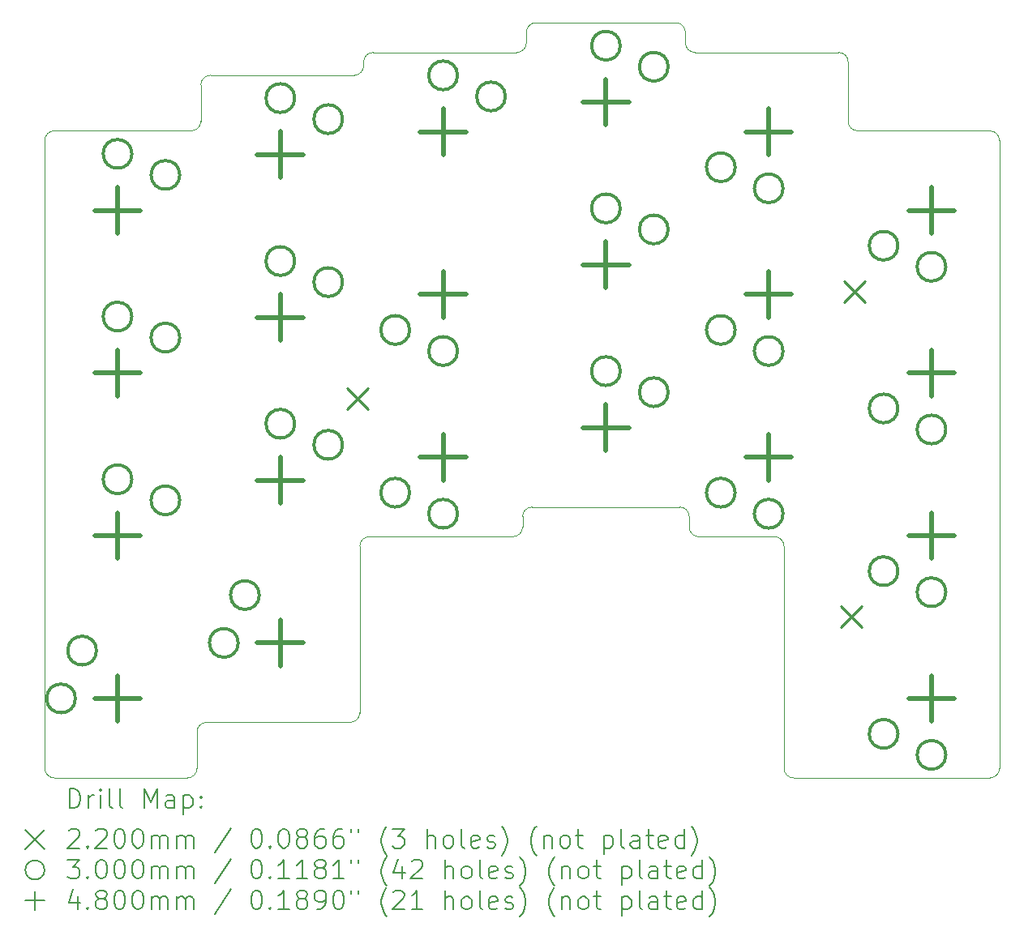
<source format=gbr>
%TF.GenerationSoftware,KiCad,Pcbnew,9.0.0*%
%TF.CreationDate,2025-04-21T18:55:11+09:00*%
%TF.ProjectId,nofy_V2_R,6e6f6679-5f56-4325-9f52-2e6b69636164,rev?*%
%TF.SameCoordinates,Original*%
%TF.FileFunction,Drillmap*%
%TF.FilePolarity,Positive*%
%FSLAX45Y45*%
G04 Gerber Fmt 4.5, Leading zero omitted, Abs format (unit mm)*
G04 Created by KiCad (PCBNEW 9.0.0) date 2025-04-21 18:55:11*
%MOMM*%
%LPD*%
G01*
G04 APERTURE LIST*
%ADD10C,0.050000*%
%ADD11C,0.200000*%
%ADD12C,0.220000*%
%ADD13C,0.300000*%
%ADD14C,0.480000*%
G04 APERTURE END LIST*
D10*
X13530000Y-1760000D02*
G75*
G02*
X13430000Y-1860000I-100000J0D01*
G01*
X16830000Y-6370000D02*
G75*
G02*
X16930000Y-6470000I0J-100000D01*
G01*
X10200000Y-2540000D02*
X10200000Y-9100000D01*
X15230000Y-1410000D02*
G75*
G02*
X15330000Y-1310000I100000J0D01*
G01*
X15190000Y-6470000D02*
G75*
G02*
X15290000Y-6370000I100000J0D01*
G01*
X18020000Y-9200000D02*
X20070000Y-9200000D01*
X11790000Y-9100000D02*
G75*
G02*
X11690000Y-9200000I-100000J0D01*
G01*
X15230000Y-1520000D02*
G75*
G02*
X15130000Y-1620000I-100000J0D01*
G01*
X18690000Y-2439999D02*
G75*
G02*
X18590001Y-2339999I0J99999D01*
G01*
X11790000Y-9100000D02*
X11790000Y-8720000D01*
X15230000Y-1410000D02*
X15230000Y-1520000D01*
X17920000Y-6780000D02*
X17920000Y-9100000D01*
X13490000Y-6780000D02*
G75*
G02*
X13590000Y-6680000I100000J0D01*
G01*
X16790000Y-1310000D02*
X15330000Y-1310000D01*
X18490000Y-1620000D02*
X16990000Y-1620000D01*
X17820000Y-6680000D02*
G75*
G02*
X17920000Y-6780000I0J-100000D01*
G01*
X15190000Y-6580000D02*
X15190000Y-6470000D01*
X17030000Y-6680000D02*
X17820000Y-6680000D01*
X16990000Y-1620000D02*
G75*
G02*
X16890000Y-1520000I0J100000D01*
G01*
X13590000Y-6680000D02*
X15090000Y-6680000D01*
X15130000Y-1620000D02*
X13630000Y-1620000D01*
X15190000Y-6580000D02*
G75*
G02*
X15090000Y-6680000I-100000J0D01*
G01*
X11830000Y-1960000D02*
G75*
G02*
X11930000Y-1860000I100000J0D01*
G01*
X10300000Y-9200000D02*
G75*
G02*
X10200000Y-9100000I0J100000D01*
G01*
X18490000Y-1620000D02*
G75*
G02*
X18590000Y-1720000I0J-100000D01*
G01*
X15290000Y-6370000D02*
X16830000Y-6370000D01*
X17030000Y-6680000D02*
G75*
G02*
X16930000Y-6580000I0J100000D01*
G01*
X10300000Y-9200000D02*
X11690000Y-9200000D01*
X10200000Y-2540000D02*
G75*
G02*
X10300000Y-2440000I100000J0D01*
G01*
X11830000Y-2340000D02*
X11830000Y-1960000D01*
X11730000Y-2440000D02*
X10300000Y-2440000D01*
X16790000Y-1310000D02*
G75*
G02*
X16890000Y-1410000I0J-100000D01*
G01*
X16930000Y-6470000D02*
X16930000Y-6580000D01*
X20170000Y-9100000D02*
X20170000Y-2540000D01*
X18020000Y-9200000D02*
G75*
G02*
X17920000Y-9100000I0J100000D01*
G01*
X11890000Y-8620000D02*
X13390000Y-8620000D01*
X16890000Y-1520000D02*
X16890000Y-1410000D01*
X13430000Y-1860000D02*
X11930000Y-1860000D01*
X13490000Y-8520000D02*
X13490000Y-6780000D01*
X18590000Y-2339999D02*
X18590000Y-1720000D01*
X20070000Y-2440000D02*
G75*
G02*
X20170000Y-2540000I0J-100000D01*
G01*
X11830000Y-2340000D02*
G75*
G02*
X11730000Y-2440000I-100000J0D01*
G01*
X11790000Y-8720000D02*
G75*
G02*
X11890000Y-8620000I100000J0D01*
G01*
X13530000Y-1720000D02*
X13530000Y-1760000D01*
X13530000Y-1720000D02*
G75*
G02*
X13630000Y-1620000I100000J0D01*
G01*
X13490000Y-8520000D02*
G75*
G02*
X13390000Y-8620000I-100000J0D01*
G01*
X20070000Y-2440000D02*
X18690000Y-2439999D01*
X20170000Y-9100000D02*
G75*
G02*
X20070000Y-9200000I-100000J0D01*
G01*
D11*
D12*
X13360000Y-5130000D02*
X13580000Y-5350000D01*
X13580000Y-5130000D02*
X13360000Y-5350000D01*
X18510000Y-7410000D02*
X18730000Y-7630000D01*
X18730000Y-7410000D02*
X18510000Y-7630000D01*
X18550000Y-4010000D02*
X18770000Y-4230000D01*
X18770000Y-4010000D02*
X18550000Y-4230000D01*
D13*
X10520000Y-8370000D02*
G75*
G02*
X10220000Y-8370000I-150000J0D01*
G01*
X10220000Y-8370000D02*
G75*
G02*
X10520000Y-8370000I150000J0D01*
G01*
X10740000Y-7870000D02*
G75*
G02*
X10440000Y-7870000I-150000J0D01*
G01*
X10440000Y-7870000D02*
G75*
G02*
X10740000Y-7870000I150000J0D01*
G01*
X11110000Y-2680000D02*
G75*
G02*
X10810000Y-2680000I-150000J0D01*
G01*
X10810000Y-2680000D02*
G75*
G02*
X11110000Y-2680000I150000J0D01*
G01*
X11110000Y-4380000D02*
G75*
G02*
X10810000Y-4380000I-150000J0D01*
G01*
X10810000Y-4380000D02*
G75*
G02*
X11110000Y-4380000I150000J0D01*
G01*
X11110000Y-6080000D02*
G75*
G02*
X10810000Y-6080000I-150000J0D01*
G01*
X10810000Y-6080000D02*
G75*
G02*
X11110000Y-6080000I150000J0D01*
G01*
X11610000Y-2900000D02*
G75*
G02*
X11310000Y-2900000I-150000J0D01*
G01*
X11310000Y-2900000D02*
G75*
G02*
X11610000Y-2900000I150000J0D01*
G01*
X11610000Y-4600000D02*
G75*
G02*
X11310000Y-4600000I-150000J0D01*
G01*
X11310000Y-4600000D02*
G75*
G02*
X11610000Y-4600000I150000J0D01*
G01*
X11610000Y-6300000D02*
G75*
G02*
X11310000Y-6300000I-150000J0D01*
G01*
X11310000Y-6300000D02*
G75*
G02*
X11610000Y-6300000I150000J0D01*
G01*
X12220000Y-7790000D02*
G75*
G02*
X11920000Y-7790000I-150000J0D01*
G01*
X11920000Y-7790000D02*
G75*
G02*
X12220000Y-7790000I150000J0D01*
G01*
X12440000Y-7290000D02*
G75*
G02*
X12140000Y-7290000I-150000J0D01*
G01*
X12140000Y-7290000D02*
G75*
G02*
X12440000Y-7290000I150000J0D01*
G01*
X12810000Y-2097500D02*
G75*
G02*
X12510000Y-2097500I-150000J0D01*
G01*
X12510000Y-2097500D02*
G75*
G02*
X12810000Y-2097500I150000J0D01*
G01*
X12810000Y-3800000D02*
G75*
G02*
X12510000Y-3800000I-150000J0D01*
G01*
X12510000Y-3800000D02*
G75*
G02*
X12810000Y-3800000I150000J0D01*
G01*
X12810000Y-5500000D02*
G75*
G02*
X12510000Y-5500000I-150000J0D01*
G01*
X12510000Y-5500000D02*
G75*
G02*
X12810000Y-5500000I150000J0D01*
G01*
X13310000Y-2317500D02*
G75*
G02*
X13010000Y-2317500I-150000J0D01*
G01*
X13010000Y-2317500D02*
G75*
G02*
X13310000Y-2317500I150000J0D01*
G01*
X13310000Y-4020000D02*
G75*
G02*
X13010000Y-4020000I-150000J0D01*
G01*
X13010000Y-4020000D02*
G75*
G02*
X13310000Y-4020000I150000J0D01*
G01*
X13310000Y-5720000D02*
G75*
G02*
X13010000Y-5720000I-150000J0D01*
G01*
X13010000Y-5720000D02*
G75*
G02*
X13310000Y-5720000I150000J0D01*
G01*
X14010000Y-4520000D02*
G75*
G02*
X13710000Y-4520000I-150000J0D01*
G01*
X13710000Y-4520000D02*
G75*
G02*
X14010000Y-4520000I150000J0D01*
G01*
X14010000Y-6220000D02*
G75*
G02*
X13710000Y-6220000I-150000J0D01*
G01*
X13710000Y-6220000D02*
G75*
G02*
X14010000Y-6220000I150000J0D01*
G01*
X14510000Y-1860000D02*
G75*
G02*
X14210000Y-1860000I-150000J0D01*
G01*
X14210000Y-1860000D02*
G75*
G02*
X14510000Y-1860000I150000J0D01*
G01*
X14510000Y-4740000D02*
G75*
G02*
X14210000Y-4740000I-150000J0D01*
G01*
X14210000Y-4740000D02*
G75*
G02*
X14510000Y-4740000I150000J0D01*
G01*
X14510000Y-6440000D02*
G75*
G02*
X14210000Y-6440000I-150000J0D01*
G01*
X14210000Y-6440000D02*
G75*
G02*
X14510000Y-6440000I150000J0D01*
G01*
X15010000Y-2080000D02*
G75*
G02*
X14710000Y-2080000I-150000J0D01*
G01*
X14710000Y-2080000D02*
G75*
G02*
X15010000Y-2080000I150000J0D01*
G01*
X16210000Y-1550000D02*
G75*
G02*
X15910000Y-1550000I-150000J0D01*
G01*
X15910000Y-1550000D02*
G75*
G02*
X16210000Y-1550000I150000J0D01*
G01*
X16210000Y-3250000D02*
G75*
G02*
X15910000Y-3250000I-150000J0D01*
G01*
X15910000Y-3250000D02*
G75*
G02*
X16210000Y-3250000I150000J0D01*
G01*
X16210000Y-4950000D02*
G75*
G02*
X15910000Y-4950000I-150000J0D01*
G01*
X15910000Y-4950000D02*
G75*
G02*
X16210000Y-4950000I150000J0D01*
G01*
X16710000Y-1770000D02*
G75*
G02*
X16410000Y-1770000I-150000J0D01*
G01*
X16410000Y-1770000D02*
G75*
G02*
X16710000Y-1770000I150000J0D01*
G01*
X16710000Y-3470000D02*
G75*
G02*
X16410000Y-3470000I-150000J0D01*
G01*
X16410000Y-3470000D02*
G75*
G02*
X16710000Y-3470000I150000J0D01*
G01*
X16710000Y-5170000D02*
G75*
G02*
X16410000Y-5170000I-150000J0D01*
G01*
X16410000Y-5170000D02*
G75*
G02*
X16710000Y-5170000I150000J0D01*
G01*
X17410000Y-2820000D02*
G75*
G02*
X17110000Y-2820000I-150000J0D01*
G01*
X17110000Y-2820000D02*
G75*
G02*
X17410000Y-2820000I150000J0D01*
G01*
X17410000Y-4520000D02*
G75*
G02*
X17110000Y-4520000I-150000J0D01*
G01*
X17110000Y-4520000D02*
G75*
G02*
X17410000Y-4520000I150000J0D01*
G01*
X17410000Y-6220000D02*
G75*
G02*
X17110000Y-6220000I-150000J0D01*
G01*
X17110000Y-6220000D02*
G75*
G02*
X17410000Y-6220000I150000J0D01*
G01*
X17910000Y-3040000D02*
G75*
G02*
X17610000Y-3040000I-150000J0D01*
G01*
X17610000Y-3040000D02*
G75*
G02*
X17910000Y-3040000I150000J0D01*
G01*
X17910000Y-4740000D02*
G75*
G02*
X17610000Y-4740000I-150000J0D01*
G01*
X17610000Y-4740000D02*
G75*
G02*
X17910000Y-4740000I150000J0D01*
G01*
X17910000Y-6440000D02*
G75*
G02*
X17610000Y-6440000I-150000J0D01*
G01*
X17610000Y-6440000D02*
G75*
G02*
X17910000Y-6440000I150000J0D01*
G01*
X19110000Y-3640000D02*
G75*
G02*
X18810000Y-3640000I-150000J0D01*
G01*
X18810000Y-3640000D02*
G75*
G02*
X19110000Y-3640000I150000J0D01*
G01*
X19110000Y-5340000D02*
G75*
G02*
X18810000Y-5340000I-150000J0D01*
G01*
X18810000Y-5340000D02*
G75*
G02*
X19110000Y-5340000I150000J0D01*
G01*
X19110000Y-7040000D02*
G75*
G02*
X18810000Y-7040000I-150000J0D01*
G01*
X18810000Y-7040000D02*
G75*
G02*
X19110000Y-7040000I150000J0D01*
G01*
X19110000Y-8740000D02*
G75*
G02*
X18810000Y-8740000I-150000J0D01*
G01*
X18810000Y-8740000D02*
G75*
G02*
X19110000Y-8740000I150000J0D01*
G01*
X19610000Y-3860000D02*
G75*
G02*
X19310000Y-3860000I-150000J0D01*
G01*
X19310000Y-3860000D02*
G75*
G02*
X19610000Y-3860000I150000J0D01*
G01*
X19610000Y-5560000D02*
G75*
G02*
X19310000Y-5560000I-150000J0D01*
G01*
X19310000Y-5560000D02*
G75*
G02*
X19610000Y-5560000I150000J0D01*
G01*
X19610000Y-7260000D02*
G75*
G02*
X19310000Y-7260000I-150000J0D01*
G01*
X19310000Y-7260000D02*
G75*
G02*
X19610000Y-7260000I150000J0D01*
G01*
X19610000Y-8960000D02*
G75*
G02*
X19310000Y-8960000I-150000J0D01*
G01*
X19310000Y-8960000D02*
G75*
G02*
X19610000Y-8960000I150000J0D01*
G01*
D14*
X10960000Y-3030000D02*
X10960000Y-3510000D01*
X10720000Y-3270000D02*
X11200000Y-3270000D01*
X10960000Y-4730000D02*
X10960000Y-5210000D01*
X10720000Y-4970000D02*
X11200000Y-4970000D01*
X10960000Y-6430000D02*
X10960000Y-6910000D01*
X10720000Y-6670000D02*
X11200000Y-6670000D01*
X10960000Y-8130000D02*
X10960000Y-8610000D01*
X10720000Y-8370000D02*
X11200000Y-8370000D01*
X12660000Y-2447500D02*
X12660000Y-2927500D01*
X12420000Y-2687500D02*
X12900000Y-2687500D01*
X12660000Y-4150000D02*
X12660000Y-4630000D01*
X12420000Y-4390000D02*
X12900000Y-4390000D01*
X12660000Y-5850000D02*
X12660000Y-6330000D01*
X12420000Y-6090000D02*
X12900000Y-6090000D01*
X12660000Y-7550000D02*
X12660000Y-8030000D01*
X12420000Y-7790000D02*
X12900000Y-7790000D01*
X14360000Y-2210000D02*
X14360000Y-2690000D01*
X14120000Y-2450000D02*
X14600000Y-2450000D01*
X14360000Y-3910000D02*
X14360000Y-4390000D01*
X14120000Y-4150000D02*
X14600000Y-4150000D01*
X14360000Y-5610000D02*
X14360000Y-6090000D01*
X14120000Y-5850000D02*
X14600000Y-5850000D01*
X16060000Y-1900000D02*
X16060000Y-2380000D01*
X15820000Y-2140000D02*
X16300000Y-2140000D01*
X16060000Y-3600000D02*
X16060000Y-4080000D01*
X15820000Y-3840000D02*
X16300000Y-3840000D01*
X16060000Y-5300000D02*
X16060000Y-5780000D01*
X15820000Y-5540000D02*
X16300000Y-5540000D01*
X17760000Y-2210000D02*
X17760000Y-2690000D01*
X17520000Y-2450000D02*
X18000000Y-2450000D01*
X17760000Y-3910000D02*
X17760000Y-4390000D01*
X17520000Y-4150000D02*
X18000000Y-4150000D01*
X17760000Y-5610000D02*
X17760000Y-6090000D01*
X17520000Y-5850000D02*
X18000000Y-5850000D01*
X19460000Y-3030000D02*
X19460000Y-3510000D01*
X19220000Y-3270000D02*
X19700000Y-3270000D01*
X19460000Y-4730000D02*
X19460000Y-5210000D01*
X19220000Y-4970000D02*
X19700000Y-4970000D01*
X19460000Y-6430000D02*
X19460000Y-6910000D01*
X19220000Y-6670000D02*
X19700000Y-6670000D01*
X19460000Y-8130000D02*
X19460000Y-8610000D01*
X19220000Y-8370000D02*
X19700000Y-8370000D01*
D11*
X10458277Y-9513984D02*
X10458277Y-9313984D01*
X10458277Y-9313984D02*
X10505896Y-9313984D01*
X10505896Y-9313984D02*
X10534467Y-9323508D01*
X10534467Y-9323508D02*
X10553515Y-9342555D01*
X10553515Y-9342555D02*
X10563039Y-9361603D01*
X10563039Y-9361603D02*
X10572563Y-9399698D01*
X10572563Y-9399698D02*
X10572563Y-9428270D01*
X10572563Y-9428270D02*
X10563039Y-9466365D01*
X10563039Y-9466365D02*
X10553515Y-9485412D01*
X10553515Y-9485412D02*
X10534467Y-9504460D01*
X10534467Y-9504460D02*
X10505896Y-9513984D01*
X10505896Y-9513984D02*
X10458277Y-9513984D01*
X10658277Y-9513984D02*
X10658277Y-9380650D01*
X10658277Y-9418746D02*
X10667801Y-9399698D01*
X10667801Y-9399698D02*
X10677324Y-9390174D01*
X10677324Y-9390174D02*
X10696372Y-9380650D01*
X10696372Y-9380650D02*
X10715420Y-9380650D01*
X10782086Y-9513984D02*
X10782086Y-9380650D01*
X10782086Y-9313984D02*
X10772563Y-9323508D01*
X10772563Y-9323508D02*
X10782086Y-9333031D01*
X10782086Y-9333031D02*
X10791610Y-9323508D01*
X10791610Y-9323508D02*
X10782086Y-9313984D01*
X10782086Y-9313984D02*
X10782086Y-9333031D01*
X10905896Y-9513984D02*
X10886848Y-9504460D01*
X10886848Y-9504460D02*
X10877324Y-9485412D01*
X10877324Y-9485412D02*
X10877324Y-9313984D01*
X11010658Y-9513984D02*
X10991610Y-9504460D01*
X10991610Y-9504460D02*
X10982086Y-9485412D01*
X10982086Y-9485412D02*
X10982086Y-9313984D01*
X11239229Y-9513984D02*
X11239229Y-9313984D01*
X11239229Y-9313984D02*
X11305896Y-9456841D01*
X11305896Y-9456841D02*
X11372562Y-9313984D01*
X11372562Y-9313984D02*
X11372562Y-9513984D01*
X11553515Y-9513984D02*
X11553515Y-9409222D01*
X11553515Y-9409222D02*
X11543991Y-9390174D01*
X11543991Y-9390174D02*
X11524943Y-9380650D01*
X11524943Y-9380650D02*
X11486848Y-9380650D01*
X11486848Y-9380650D02*
X11467801Y-9390174D01*
X11553515Y-9504460D02*
X11534467Y-9513984D01*
X11534467Y-9513984D02*
X11486848Y-9513984D01*
X11486848Y-9513984D02*
X11467801Y-9504460D01*
X11467801Y-9504460D02*
X11458277Y-9485412D01*
X11458277Y-9485412D02*
X11458277Y-9466365D01*
X11458277Y-9466365D02*
X11467801Y-9447317D01*
X11467801Y-9447317D02*
X11486848Y-9437793D01*
X11486848Y-9437793D02*
X11534467Y-9437793D01*
X11534467Y-9437793D02*
X11553515Y-9428270D01*
X11648753Y-9380650D02*
X11648753Y-9580650D01*
X11648753Y-9390174D02*
X11667801Y-9380650D01*
X11667801Y-9380650D02*
X11705896Y-9380650D01*
X11705896Y-9380650D02*
X11724943Y-9390174D01*
X11724943Y-9390174D02*
X11734467Y-9399698D01*
X11734467Y-9399698D02*
X11743991Y-9418746D01*
X11743991Y-9418746D02*
X11743991Y-9475889D01*
X11743991Y-9475889D02*
X11734467Y-9494936D01*
X11734467Y-9494936D02*
X11724943Y-9504460D01*
X11724943Y-9504460D02*
X11705896Y-9513984D01*
X11705896Y-9513984D02*
X11667801Y-9513984D01*
X11667801Y-9513984D02*
X11648753Y-9504460D01*
X11829705Y-9494936D02*
X11839229Y-9504460D01*
X11839229Y-9504460D02*
X11829705Y-9513984D01*
X11829705Y-9513984D02*
X11820182Y-9504460D01*
X11820182Y-9504460D02*
X11829705Y-9494936D01*
X11829705Y-9494936D02*
X11829705Y-9513984D01*
X11829705Y-9390174D02*
X11839229Y-9399698D01*
X11839229Y-9399698D02*
X11829705Y-9409222D01*
X11829705Y-9409222D02*
X11820182Y-9399698D01*
X11820182Y-9399698D02*
X11829705Y-9390174D01*
X11829705Y-9390174D02*
X11829705Y-9409222D01*
X9997500Y-9742500D02*
X10197500Y-9942500D01*
X10197500Y-9742500D02*
X9997500Y-9942500D01*
X10448753Y-9753031D02*
X10458277Y-9743508D01*
X10458277Y-9743508D02*
X10477324Y-9733984D01*
X10477324Y-9733984D02*
X10524944Y-9733984D01*
X10524944Y-9733984D02*
X10543991Y-9743508D01*
X10543991Y-9743508D02*
X10553515Y-9753031D01*
X10553515Y-9753031D02*
X10563039Y-9772079D01*
X10563039Y-9772079D02*
X10563039Y-9791127D01*
X10563039Y-9791127D02*
X10553515Y-9819698D01*
X10553515Y-9819698D02*
X10439229Y-9933984D01*
X10439229Y-9933984D02*
X10563039Y-9933984D01*
X10648753Y-9914936D02*
X10658277Y-9924460D01*
X10658277Y-9924460D02*
X10648753Y-9933984D01*
X10648753Y-9933984D02*
X10639229Y-9924460D01*
X10639229Y-9924460D02*
X10648753Y-9914936D01*
X10648753Y-9914936D02*
X10648753Y-9933984D01*
X10734467Y-9753031D02*
X10743991Y-9743508D01*
X10743991Y-9743508D02*
X10763039Y-9733984D01*
X10763039Y-9733984D02*
X10810658Y-9733984D01*
X10810658Y-9733984D02*
X10829705Y-9743508D01*
X10829705Y-9743508D02*
X10839229Y-9753031D01*
X10839229Y-9753031D02*
X10848753Y-9772079D01*
X10848753Y-9772079D02*
X10848753Y-9791127D01*
X10848753Y-9791127D02*
X10839229Y-9819698D01*
X10839229Y-9819698D02*
X10724944Y-9933984D01*
X10724944Y-9933984D02*
X10848753Y-9933984D01*
X10972563Y-9733984D02*
X10991610Y-9733984D01*
X10991610Y-9733984D02*
X11010658Y-9743508D01*
X11010658Y-9743508D02*
X11020182Y-9753031D01*
X11020182Y-9753031D02*
X11029705Y-9772079D01*
X11029705Y-9772079D02*
X11039229Y-9810174D01*
X11039229Y-9810174D02*
X11039229Y-9857793D01*
X11039229Y-9857793D02*
X11029705Y-9895889D01*
X11029705Y-9895889D02*
X11020182Y-9914936D01*
X11020182Y-9914936D02*
X11010658Y-9924460D01*
X11010658Y-9924460D02*
X10991610Y-9933984D01*
X10991610Y-9933984D02*
X10972563Y-9933984D01*
X10972563Y-9933984D02*
X10953515Y-9924460D01*
X10953515Y-9924460D02*
X10943991Y-9914936D01*
X10943991Y-9914936D02*
X10934467Y-9895889D01*
X10934467Y-9895889D02*
X10924944Y-9857793D01*
X10924944Y-9857793D02*
X10924944Y-9810174D01*
X10924944Y-9810174D02*
X10934467Y-9772079D01*
X10934467Y-9772079D02*
X10943991Y-9753031D01*
X10943991Y-9753031D02*
X10953515Y-9743508D01*
X10953515Y-9743508D02*
X10972563Y-9733984D01*
X11163039Y-9733984D02*
X11182086Y-9733984D01*
X11182086Y-9733984D02*
X11201134Y-9743508D01*
X11201134Y-9743508D02*
X11210658Y-9753031D01*
X11210658Y-9753031D02*
X11220182Y-9772079D01*
X11220182Y-9772079D02*
X11229705Y-9810174D01*
X11229705Y-9810174D02*
X11229705Y-9857793D01*
X11229705Y-9857793D02*
X11220182Y-9895889D01*
X11220182Y-9895889D02*
X11210658Y-9914936D01*
X11210658Y-9914936D02*
X11201134Y-9924460D01*
X11201134Y-9924460D02*
X11182086Y-9933984D01*
X11182086Y-9933984D02*
X11163039Y-9933984D01*
X11163039Y-9933984D02*
X11143991Y-9924460D01*
X11143991Y-9924460D02*
X11134467Y-9914936D01*
X11134467Y-9914936D02*
X11124944Y-9895889D01*
X11124944Y-9895889D02*
X11115420Y-9857793D01*
X11115420Y-9857793D02*
X11115420Y-9810174D01*
X11115420Y-9810174D02*
X11124944Y-9772079D01*
X11124944Y-9772079D02*
X11134467Y-9753031D01*
X11134467Y-9753031D02*
X11143991Y-9743508D01*
X11143991Y-9743508D02*
X11163039Y-9733984D01*
X11315420Y-9933984D02*
X11315420Y-9800650D01*
X11315420Y-9819698D02*
X11324943Y-9810174D01*
X11324943Y-9810174D02*
X11343991Y-9800650D01*
X11343991Y-9800650D02*
X11372563Y-9800650D01*
X11372563Y-9800650D02*
X11391610Y-9810174D01*
X11391610Y-9810174D02*
X11401134Y-9829222D01*
X11401134Y-9829222D02*
X11401134Y-9933984D01*
X11401134Y-9829222D02*
X11410658Y-9810174D01*
X11410658Y-9810174D02*
X11429705Y-9800650D01*
X11429705Y-9800650D02*
X11458277Y-9800650D01*
X11458277Y-9800650D02*
X11477324Y-9810174D01*
X11477324Y-9810174D02*
X11486848Y-9829222D01*
X11486848Y-9829222D02*
X11486848Y-9933984D01*
X11582086Y-9933984D02*
X11582086Y-9800650D01*
X11582086Y-9819698D02*
X11591610Y-9810174D01*
X11591610Y-9810174D02*
X11610658Y-9800650D01*
X11610658Y-9800650D02*
X11639229Y-9800650D01*
X11639229Y-9800650D02*
X11658277Y-9810174D01*
X11658277Y-9810174D02*
X11667801Y-9829222D01*
X11667801Y-9829222D02*
X11667801Y-9933984D01*
X11667801Y-9829222D02*
X11677324Y-9810174D01*
X11677324Y-9810174D02*
X11696372Y-9800650D01*
X11696372Y-9800650D02*
X11724943Y-9800650D01*
X11724943Y-9800650D02*
X11743991Y-9810174D01*
X11743991Y-9810174D02*
X11753515Y-9829222D01*
X11753515Y-9829222D02*
X11753515Y-9933984D01*
X12143991Y-9724460D02*
X11972563Y-9981603D01*
X12401134Y-9733984D02*
X12420182Y-9733984D01*
X12420182Y-9733984D02*
X12439229Y-9743508D01*
X12439229Y-9743508D02*
X12448753Y-9753031D01*
X12448753Y-9753031D02*
X12458277Y-9772079D01*
X12458277Y-9772079D02*
X12467801Y-9810174D01*
X12467801Y-9810174D02*
X12467801Y-9857793D01*
X12467801Y-9857793D02*
X12458277Y-9895889D01*
X12458277Y-9895889D02*
X12448753Y-9914936D01*
X12448753Y-9914936D02*
X12439229Y-9924460D01*
X12439229Y-9924460D02*
X12420182Y-9933984D01*
X12420182Y-9933984D02*
X12401134Y-9933984D01*
X12401134Y-9933984D02*
X12382086Y-9924460D01*
X12382086Y-9924460D02*
X12372563Y-9914936D01*
X12372563Y-9914936D02*
X12363039Y-9895889D01*
X12363039Y-9895889D02*
X12353515Y-9857793D01*
X12353515Y-9857793D02*
X12353515Y-9810174D01*
X12353515Y-9810174D02*
X12363039Y-9772079D01*
X12363039Y-9772079D02*
X12372563Y-9753031D01*
X12372563Y-9753031D02*
X12382086Y-9743508D01*
X12382086Y-9743508D02*
X12401134Y-9733984D01*
X12553515Y-9914936D02*
X12563039Y-9924460D01*
X12563039Y-9924460D02*
X12553515Y-9933984D01*
X12553515Y-9933984D02*
X12543991Y-9924460D01*
X12543991Y-9924460D02*
X12553515Y-9914936D01*
X12553515Y-9914936D02*
X12553515Y-9933984D01*
X12686848Y-9733984D02*
X12705896Y-9733984D01*
X12705896Y-9733984D02*
X12724944Y-9743508D01*
X12724944Y-9743508D02*
X12734467Y-9753031D01*
X12734467Y-9753031D02*
X12743991Y-9772079D01*
X12743991Y-9772079D02*
X12753515Y-9810174D01*
X12753515Y-9810174D02*
X12753515Y-9857793D01*
X12753515Y-9857793D02*
X12743991Y-9895889D01*
X12743991Y-9895889D02*
X12734467Y-9914936D01*
X12734467Y-9914936D02*
X12724944Y-9924460D01*
X12724944Y-9924460D02*
X12705896Y-9933984D01*
X12705896Y-9933984D02*
X12686848Y-9933984D01*
X12686848Y-9933984D02*
X12667801Y-9924460D01*
X12667801Y-9924460D02*
X12658277Y-9914936D01*
X12658277Y-9914936D02*
X12648753Y-9895889D01*
X12648753Y-9895889D02*
X12639229Y-9857793D01*
X12639229Y-9857793D02*
X12639229Y-9810174D01*
X12639229Y-9810174D02*
X12648753Y-9772079D01*
X12648753Y-9772079D02*
X12658277Y-9753031D01*
X12658277Y-9753031D02*
X12667801Y-9743508D01*
X12667801Y-9743508D02*
X12686848Y-9733984D01*
X12867801Y-9819698D02*
X12848753Y-9810174D01*
X12848753Y-9810174D02*
X12839229Y-9800650D01*
X12839229Y-9800650D02*
X12829706Y-9781603D01*
X12829706Y-9781603D02*
X12829706Y-9772079D01*
X12829706Y-9772079D02*
X12839229Y-9753031D01*
X12839229Y-9753031D02*
X12848753Y-9743508D01*
X12848753Y-9743508D02*
X12867801Y-9733984D01*
X12867801Y-9733984D02*
X12905896Y-9733984D01*
X12905896Y-9733984D02*
X12924944Y-9743508D01*
X12924944Y-9743508D02*
X12934467Y-9753031D01*
X12934467Y-9753031D02*
X12943991Y-9772079D01*
X12943991Y-9772079D02*
X12943991Y-9781603D01*
X12943991Y-9781603D02*
X12934467Y-9800650D01*
X12934467Y-9800650D02*
X12924944Y-9810174D01*
X12924944Y-9810174D02*
X12905896Y-9819698D01*
X12905896Y-9819698D02*
X12867801Y-9819698D01*
X12867801Y-9819698D02*
X12848753Y-9829222D01*
X12848753Y-9829222D02*
X12839229Y-9838746D01*
X12839229Y-9838746D02*
X12829706Y-9857793D01*
X12829706Y-9857793D02*
X12829706Y-9895889D01*
X12829706Y-9895889D02*
X12839229Y-9914936D01*
X12839229Y-9914936D02*
X12848753Y-9924460D01*
X12848753Y-9924460D02*
X12867801Y-9933984D01*
X12867801Y-9933984D02*
X12905896Y-9933984D01*
X12905896Y-9933984D02*
X12924944Y-9924460D01*
X12924944Y-9924460D02*
X12934467Y-9914936D01*
X12934467Y-9914936D02*
X12943991Y-9895889D01*
X12943991Y-9895889D02*
X12943991Y-9857793D01*
X12943991Y-9857793D02*
X12934467Y-9838746D01*
X12934467Y-9838746D02*
X12924944Y-9829222D01*
X12924944Y-9829222D02*
X12905896Y-9819698D01*
X13115420Y-9733984D02*
X13077325Y-9733984D01*
X13077325Y-9733984D02*
X13058277Y-9743508D01*
X13058277Y-9743508D02*
X13048753Y-9753031D01*
X13048753Y-9753031D02*
X13029706Y-9781603D01*
X13029706Y-9781603D02*
X13020182Y-9819698D01*
X13020182Y-9819698D02*
X13020182Y-9895889D01*
X13020182Y-9895889D02*
X13029706Y-9914936D01*
X13029706Y-9914936D02*
X13039229Y-9924460D01*
X13039229Y-9924460D02*
X13058277Y-9933984D01*
X13058277Y-9933984D02*
X13096372Y-9933984D01*
X13096372Y-9933984D02*
X13115420Y-9924460D01*
X13115420Y-9924460D02*
X13124944Y-9914936D01*
X13124944Y-9914936D02*
X13134467Y-9895889D01*
X13134467Y-9895889D02*
X13134467Y-9848270D01*
X13134467Y-9848270D02*
X13124944Y-9829222D01*
X13124944Y-9829222D02*
X13115420Y-9819698D01*
X13115420Y-9819698D02*
X13096372Y-9810174D01*
X13096372Y-9810174D02*
X13058277Y-9810174D01*
X13058277Y-9810174D02*
X13039229Y-9819698D01*
X13039229Y-9819698D02*
X13029706Y-9829222D01*
X13029706Y-9829222D02*
X13020182Y-9848270D01*
X13305896Y-9733984D02*
X13267801Y-9733984D01*
X13267801Y-9733984D02*
X13248753Y-9743508D01*
X13248753Y-9743508D02*
X13239229Y-9753031D01*
X13239229Y-9753031D02*
X13220182Y-9781603D01*
X13220182Y-9781603D02*
X13210658Y-9819698D01*
X13210658Y-9819698D02*
X13210658Y-9895889D01*
X13210658Y-9895889D02*
X13220182Y-9914936D01*
X13220182Y-9914936D02*
X13229706Y-9924460D01*
X13229706Y-9924460D02*
X13248753Y-9933984D01*
X13248753Y-9933984D02*
X13286848Y-9933984D01*
X13286848Y-9933984D02*
X13305896Y-9924460D01*
X13305896Y-9924460D02*
X13315420Y-9914936D01*
X13315420Y-9914936D02*
X13324944Y-9895889D01*
X13324944Y-9895889D02*
X13324944Y-9848270D01*
X13324944Y-9848270D02*
X13315420Y-9829222D01*
X13315420Y-9829222D02*
X13305896Y-9819698D01*
X13305896Y-9819698D02*
X13286848Y-9810174D01*
X13286848Y-9810174D02*
X13248753Y-9810174D01*
X13248753Y-9810174D02*
X13229706Y-9819698D01*
X13229706Y-9819698D02*
X13220182Y-9829222D01*
X13220182Y-9829222D02*
X13210658Y-9848270D01*
X13401134Y-9733984D02*
X13401134Y-9772079D01*
X13477325Y-9733984D02*
X13477325Y-9772079D01*
X13772563Y-10010174D02*
X13763039Y-10000650D01*
X13763039Y-10000650D02*
X13743991Y-9972079D01*
X13743991Y-9972079D02*
X13734468Y-9953031D01*
X13734468Y-9953031D02*
X13724944Y-9924460D01*
X13724944Y-9924460D02*
X13715420Y-9876841D01*
X13715420Y-9876841D02*
X13715420Y-9838746D01*
X13715420Y-9838746D02*
X13724944Y-9791127D01*
X13724944Y-9791127D02*
X13734468Y-9762555D01*
X13734468Y-9762555D02*
X13743991Y-9743508D01*
X13743991Y-9743508D02*
X13763039Y-9714936D01*
X13763039Y-9714936D02*
X13772563Y-9705412D01*
X13829706Y-9733984D02*
X13953515Y-9733984D01*
X13953515Y-9733984D02*
X13886848Y-9810174D01*
X13886848Y-9810174D02*
X13915420Y-9810174D01*
X13915420Y-9810174D02*
X13934468Y-9819698D01*
X13934468Y-9819698D02*
X13943991Y-9829222D01*
X13943991Y-9829222D02*
X13953515Y-9848270D01*
X13953515Y-9848270D02*
X13953515Y-9895889D01*
X13953515Y-9895889D02*
X13943991Y-9914936D01*
X13943991Y-9914936D02*
X13934468Y-9924460D01*
X13934468Y-9924460D02*
X13915420Y-9933984D01*
X13915420Y-9933984D02*
X13858277Y-9933984D01*
X13858277Y-9933984D02*
X13839229Y-9924460D01*
X13839229Y-9924460D02*
X13829706Y-9914936D01*
X14191610Y-9933984D02*
X14191610Y-9733984D01*
X14277325Y-9933984D02*
X14277325Y-9829222D01*
X14277325Y-9829222D02*
X14267801Y-9810174D01*
X14267801Y-9810174D02*
X14248753Y-9800650D01*
X14248753Y-9800650D02*
X14220182Y-9800650D01*
X14220182Y-9800650D02*
X14201134Y-9810174D01*
X14201134Y-9810174D02*
X14191610Y-9819698D01*
X14401134Y-9933984D02*
X14382087Y-9924460D01*
X14382087Y-9924460D02*
X14372563Y-9914936D01*
X14372563Y-9914936D02*
X14363039Y-9895889D01*
X14363039Y-9895889D02*
X14363039Y-9838746D01*
X14363039Y-9838746D02*
X14372563Y-9819698D01*
X14372563Y-9819698D02*
X14382087Y-9810174D01*
X14382087Y-9810174D02*
X14401134Y-9800650D01*
X14401134Y-9800650D02*
X14429706Y-9800650D01*
X14429706Y-9800650D02*
X14448753Y-9810174D01*
X14448753Y-9810174D02*
X14458277Y-9819698D01*
X14458277Y-9819698D02*
X14467801Y-9838746D01*
X14467801Y-9838746D02*
X14467801Y-9895889D01*
X14467801Y-9895889D02*
X14458277Y-9914936D01*
X14458277Y-9914936D02*
X14448753Y-9924460D01*
X14448753Y-9924460D02*
X14429706Y-9933984D01*
X14429706Y-9933984D02*
X14401134Y-9933984D01*
X14582087Y-9933984D02*
X14563039Y-9924460D01*
X14563039Y-9924460D02*
X14553515Y-9905412D01*
X14553515Y-9905412D02*
X14553515Y-9733984D01*
X14734468Y-9924460D02*
X14715420Y-9933984D01*
X14715420Y-9933984D02*
X14677325Y-9933984D01*
X14677325Y-9933984D02*
X14658277Y-9924460D01*
X14658277Y-9924460D02*
X14648753Y-9905412D01*
X14648753Y-9905412D02*
X14648753Y-9829222D01*
X14648753Y-9829222D02*
X14658277Y-9810174D01*
X14658277Y-9810174D02*
X14677325Y-9800650D01*
X14677325Y-9800650D02*
X14715420Y-9800650D01*
X14715420Y-9800650D02*
X14734468Y-9810174D01*
X14734468Y-9810174D02*
X14743991Y-9829222D01*
X14743991Y-9829222D02*
X14743991Y-9848270D01*
X14743991Y-9848270D02*
X14648753Y-9867317D01*
X14820182Y-9924460D02*
X14839230Y-9933984D01*
X14839230Y-9933984D02*
X14877325Y-9933984D01*
X14877325Y-9933984D02*
X14896372Y-9924460D01*
X14896372Y-9924460D02*
X14905896Y-9905412D01*
X14905896Y-9905412D02*
X14905896Y-9895889D01*
X14905896Y-9895889D02*
X14896372Y-9876841D01*
X14896372Y-9876841D02*
X14877325Y-9867317D01*
X14877325Y-9867317D02*
X14848753Y-9867317D01*
X14848753Y-9867317D02*
X14829706Y-9857793D01*
X14829706Y-9857793D02*
X14820182Y-9838746D01*
X14820182Y-9838746D02*
X14820182Y-9829222D01*
X14820182Y-9829222D02*
X14829706Y-9810174D01*
X14829706Y-9810174D02*
X14848753Y-9800650D01*
X14848753Y-9800650D02*
X14877325Y-9800650D01*
X14877325Y-9800650D02*
X14896372Y-9810174D01*
X14972563Y-10010174D02*
X14982087Y-10000650D01*
X14982087Y-10000650D02*
X15001134Y-9972079D01*
X15001134Y-9972079D02*
X15010658Y-9953031D01*
X15010658Y-9953031D02*
X15020182Y-9924460D01*
X15020182Y-9924460D02*
X15029706Y-9876841D01*
X15029706Y-9876841D02*
X15029706Y-9838746D01*
X15029706Y-9838746D02*
X15020182Y-9791127D01*
X15020182Y-9791127D02*
X15010658Y-9762555D01*
X15010658Y-9762555D02*
X15001134Y-9743508D01*
X15001134Y-9743508D02*
X14982087Y-9714936D01*
X14982087Y-9714936D02*
X14972563Y-9705412D01*
X15334468Y-10010174D02*
X15324944Y-10000650D01*
X15324944Y-10000650D02*
X15305896Y-9972079D01*
X15305896Y-9972079D02*
X15296372Y-9953031D01*
X15296372Y-9953031D02*
X15286849Y-9924460D01*
X15286849Y-9924460D02*
X15277325Y-9876841D01*
X15277325Y-9876841D02*
X15277325Y-9838746D01*
X15277325Y-9838746D02*
X15286849Y-9791127D01*
X15286849Y-9791127D02*
X15296372Y-9762555D01*
X15296372Y-9762555D02*
X15305896Y-9743508D01*
X15305896Y-9743508D02*
X15324944Y-9714936D01*
X15324944Y-9714936D02*
X15334468Y-9705412D01*
X15410658Y-9800650D02*
X15410658Y-9933984D01*
X15410658Y-9819698D02*
X15420182Y-9810174D01*
X15420182Y-9810174D02*
X15439230Y-9800650D01*
X15439230Y-9800650D02*
X15467801Y-9800650D01*
X15467801Y-9800650D02*
X15486849Y-9810174D01*
X15486849Y-9810174D02*
X15496372Y-9829222D01*
X15496372Y-9829222D02*
X15496372Y-9933984D01*
X15620182Y-9933984D02*
X15601134Y-9924460D01*
X15601134Y-9924460D02*
X15591611Y-9914936D01*
X15591611Y-9914936D02*
X15582087Y-9895889D01*
X15582087Y-9895889D02*
X15582087Y-9838746D01*
X15582087Y-9838746D02*
X15591611Y-9819698D01*
X15591611Y-9819698D02*
X15601134Y-9810174D01*
X15601134Y-9810174D02*
X15620182Y-9800650D01*
X15620182Y-9800650D02*
X15648753Y-9800650D01*
X15648753Y-9800650D02*
X15667801Y-9810174D01*
X15667801Y-9810174D02*
X15677325Y-9819698D01*
X15677325Y-9819698D02*
X15686849Y-9838746D01*
X15686849Y-9838746D02*
X15686849Y-9895889D01*
X15686849Y-9895889D02*
X15677325Y-9914936D01*
X15677325Y-9914936D02*
X15667801Y-9924460D01*
X15667801Y-9924460D02*
X15648753Y-9933984D01*
X15648753Y-9933984D02*
X15620182Y-9933984D01*
X15743992Y-9800650D02*
X15820182Y-9800650D01*
X15772563Y-9733984D02*
X15772563Y-9905412D01*
X15772563Y-9905412D02*
X15782087Y-9924460D01*
X15782087Y-9924460D02*
X15801134Y-9933984D01*
X15801134Y-9933984D02*
X15820182Y-9933984D01*
X16039230Y-9800650D02*
X16039230Y-10000650D01*
X16039230Y-9810174D02*
X16058277Y-9800650D01*
X16058277Y-9800650D02*
X16096373Y-9800650D01*
X16096373Y-9800650D02*
X16115420Y-9810174D01*
X16115420Y-9810174D02*
X16124944Y-9819698D01*
X16124944Y-9819698D02*
X16134468Y-9838746D01*
X16134468Y-9838746D02*
X16134468Y-9895889D01*
X16134468Y-9895889D02*
X16124944Y-9914936D01*
X16124944Y-9914936D02*
X16115420Y-9924460D01*
X16115420Y-9924460D02*
X16096373Y-9933984D01*
X16096373Y-9933984D02*
X16058277Y-9933984D01*
X16058277Y-9933984D02*
X16039230Y-9924460D01*
X16248753Y-9933984D02*
X16229706Y-9924460D01*
X16229706Y-9924460D02*
X16220182Y-9905412D01*
X16220182Y-9905412D02*
X16220182Y-9733984D01*
X16410658Y-9933984D02*
X16410658Y-9829222D01*
X16410658Y-9829222D02*
X16401134Y-9810174D01*
X16401134Y-9810174D02*
X16382087Y-9800650D01*
X16382087Y-9800650D02*
X16343992Y-9800650D01*
X16343992Y-9800650D02*
X16324944Y-9810174D01*
X16410658Y-9924460D02*
X16391611Y-9933984D01*
X16391611Y-9933984D02*
X16343992Y-9933984D01*
X16343992Y-9933984D02*
X16324944Y-9924460D01*
X16324944Y-9924460D02*
X16315420Y-9905412D01*
X16315420Y-9905412D02*
X16315420Y-9886365D01*
X16315420Y-9886365D02*
X16324944Y-9867317D01*
X16324944Y-9867317D02*
X16343992Y-9857793D01*
X16343992Y-9857793D02*
X16391611Y-9857793D01*
X16391611Y-9857793D02*
X16410658Y-9848270D01*
X16477325Y-9800650D02*
X16553515Y-9800650D01*
X16505896Y-9733984D02*
X16505896Y-9905412D01*
X16505896Y-9905412D02*
X16515420Y-9924460D01*
X16515420Y-9924460D02*
X16534468Y-9933984D01*
X16534468Y-9933984D02*
X16553515Y-9933984D01*
X16696373Y-9924460D02*
X16677325Y-9933984D01*
X16677325Y-9933984D02*
X16639230Y-9933984D01*
X16639230Y-9933984D02*
X16620182Y-9924460D01*
X16620182Y-9924460D02*
X16610658Y-9905412D01*
X16610658Y-9905412D02*
X16610658Y-9829222D01*
X16610658Y-9829222D02*
X16620182Y-9810174D01*
X16620182Y-9810174D02*
X16639230Y-9800650D01*
X16639230Y-9800650D02*
X16677325Y-9800650D01*
X16677325Y-9800650D02*
X16696373Y-9810174D01*
X16696373Y-9810174D02*
X16705896Y-9829222D01*
X16705896Y-9829222D02*
X16705896Y-9848270D01*
X16705896Y-9848270D02*
X16610658Y-9867317D01*
X16877325Y-9933984D02*
X16877325Y-9733984D01*
X16877325Y-9924460D02*
X16858277Y-9933984D01*
X16858277Y-9933984D02*
X16820182Y-9933984D01*
X16820182Y-9933984D02*
X16801135Y-9924460D01*
X16801135Y-9924460D02*
X16791611Y-9914936D01*
X16791611Y-9914936D02*
X16782087Y-9895889D01*
X16782087Y-9895889D02*
X16782087Y-9838746D01*
X16782087Y-9838746D02*
X16791611Y-9819698D01*
X16791611Y-9819698D02*
X16801135Y-9810174D01*
X16801135Y-9810174D02*
X16820182Y-9800650D01*
X16820182Y-9800650D02*
X16858277Y-9800650D01*
X16858277Y-9800650D02*
X16877325Y-9810174D01*
X16953516Y-10010174D02*
X16963039Y-10000650D01*
X16963039Y-10000650D02*
X16982087Y-9972079D01*
X16982087Y-9972079D02*
X16991611Y-9953031D01*
X16991611Y-9953031D02*
X17001135Y-9924460D01*
X17001135Y-9924460D02*
X17010658Y-9876841D01*
X17010658Y-9876841D02*
X17010658Y-9838746D01*
X17010658Y-9838746D02*
X17001135Y-9791127D01*
X17001135Y-9791127D02*
X16991611Y-9762555D01*
X16991611Y-9762555D02*
X16982087Y-9743508D01*
X16982087Y-9743508D02*
X16963039Y-9714936D01*
X16963039Y-9714936D02*
X16953516Y-9705412D01*
X10197500Y-10162500D02*
G75*
G02*
X9997500Y-10162500I-100000J0D01*
G01*
X9997500Y-10162500D02*
G75*
G02*
X10197500Y-10162500I100000J0D01*
G01*
X10439229Y-10053984D02*
X10563039Y-10053984D01*
X10563039Y-10053984D02*
X10496372Y-10130174D01*
X10496372Y-10130174D02*
X10524944Y-10130174D01*
X10524944Y-10130174D02*
X10543991Y-10139698D01*
X10543991Y-10139698D02*
X10553515Y-10149222D01*
X10553515Y-10149222D02*
X10563039Y-10168270D01*
X10563039Y-10168270D02*
X10563039Y-10215889D01*
X10563039Y-10215889D02*
X10553515Y-10234936D01*
X10553515Y-10234936D02*
X10543991Y-10244460D01*
X10543991Y-10244460D02*
X10524944Y-10253984D01*
X10524944Y-10253984D02*
X10467801Y-10253984D01*
X10467801Y-10253984D02*
X10448753Y-10244460D01*
X10448753Y-10244460D02*
X10439229Y-10234936D01*
X10648753Y-10234936D02*
X10658277Y-10244460D01*
X10658277Y-10244460D02*
X10648753Y-10253984D01*
X10648753Y-10253984D02*
X10639229Y-10244460D01*
X10639229Y-10244460D02*
X10648753Y-10234936D01*
X10648753Y-10234936D02*
X10648753Y-10253984D01*
X10782086Y-10053984D02*
X10801134Y-10053984D01*
X10801134Y-10053984D02*
X10820182Y-10063508D01*
X10820182Y-10063508D02*
X10829705Y-10073031D01*
X10829705Y-10073031D02*
X10839229Y-10092079D01*
X10839229Y-10092079D02*
X10848753Y-10130174D01*
X10848753Y-10130174D02*
X10848753Y-10177793D01*
X10848753Y-10177793D02*
X10839229Y-10215889D01*
X10839229Y-10215889D02*
X10829705Y-10234936D01*
X10829705Y-10234936D02*
X10820182Y-10244460D01*
X10820182Y-10244460D02*
X10801134Y-10253984D01*
X10801134Y-10253984D02*
X10782086Y-10253984D01*
X10782086Y-10253984D02*
X10763039Y-10244460D01*
X10763039Y-10244460D02*
X10753515Y-10234936D01*
X10753515Y-10234936D02*
X10743991Y-10215889D01*
X10743991Y-10215889D02*
X10734467Y-10177793D01*
X10734467Y-10177793D02*
X10734467Y-10130174D01*
X10734467Y-10130174D02*
X10743991Y-10092079D01*
X10743991Y-10092079D02*
X10753515Y-10073031D01*
X10753515Y-10073031D02*
X10763039Y-10063508D01*
X10763039Y-10063508D02*
X10782086Y-10053984D01*
X10972563Y-10053984D02*
X10991610Y-10053984D01*
X10991610Y-10053984D02*
X11010658Y-10063508D01*
X11010658Y-10063508D02*
X11020182Y-10073031D01*
X11020182Y-10073031D02*
X11029705Y-10092079D01*
X11029705Y-10092079D02*
X11039229Y-10130174D01*
X11039229Y-10130174D02*
X11039229Y-10177793D01*
X11039229Y-10177793D02*
X11029705Y-10215889D01*
X11029705Y-10215889D02*
X11020182Y-10234936D01*
X11020182Y-10234936D02*
X11010658Y-10244460D01*
X11010658Y-10244460D02*
X10991610Y-10253984D01*
X10991610Y-10253984D02*
X10972563Y-10253984D01*
X10972563Y-10253984D02*
X10953515Y-10244460D01*
X10953515Y-10244460D02*
X10943991Y-10234936D01*
X10943991Y-10234936D02*
X10934467Y-10215889D01*
X10934467Y-10215889D02*
X10924944Y-10177793D01*
X10924944Y-10177793D02*
X10924944Y-10130174D01*
X10924944Y-10130174D02*
X10934467Y-10092079D01*
X10934467Y-10092079D02*
X10943991Y-10073031D01*
X10943991Y-10073031D02*
X10953515Y-10063508D01*
X10953515Y-10063508D02*
X10972563Y-10053984D01*
X11163039Y-10053984D02*
X11182086Y-10053984D01*
X11182086Y-10053984D02*
X11201134Y-10063508D01*
X11201134Y-10063508D02*
X11210658Y-10073031D01*
X11210658Y-10073031D02*
X11220182Y-10092079D01*
X11220182Y-10092079D02*
X11229705Y-10130174D01*
X11229705Y-10130174D02*
X11229705Y-10177793D01*
X11229705Y-10177793D02*
X11220182Y-10215889D01*
X11220182Y-10215889D02*
X11210658Y-10234936D01*
X11210658Y-10234936D02*
X11201134Y-10244460D01*
X11201134Y-10244460D02*
X11182086Y-10253984D01*
X11182086Y-10253984D02*
X11163039Y-10253984D01*
X11163039Y-10253984D02*
X11143991Y-10244460D01*
X11143991Y-10244460D02*
X11134467Y-10234936D01*
X11134467Y-10234936D02*
X11124944Y-10215889D01*
X11124944Y-10215889D02*
X11115420Y-10177793D01*
X11115420Y-10177793D02*
X11115420Y-10130174D01*
X11115420Y-10130174D02*
X11124944Y-10092079D01*
X11124944Y-10092079D02*
X11134467Y-10073031D01*
X11134467Y-10073031D02*
X11143991Y-10063508D01*
X11143991Y-10063508D02*
X11163039Y-10053984D01*
X11315420Y-10253984D02*
X11315420Y-10120650D01*
X11315420Y-10139698D02*
X11324943Y-10130174D01*
X11324943Y-10130174D02*
X11343991Y-10120650D01*
X11343991Y-10120650D02*
X11372563Y-10120650D01*
X11372563Y-10120650D02*
X11391610Y-10130174D01*
X11391610Y-10130174D02*
X11401134Y-10149222D01*
X11401134Y-10149222D02*
X11401134Y-10253984D01*
X11401134Y-10149222D02*
X11410658Y-10130174D01*
X11410658Y-10130174D02*
X11429705Y-10120650D01*
X11429705Y-10120650D02*
X11458277Y-10120650D01*
X11458277Y-10120650D02*
X11477324Y-10130174D01*
X11477324Y-10130174D02*
X11486848Y-10149222D01*
X11486848Y-10149222D02*
X11486848Y-10253984D01*
X11582086Y-10253984D02*
X11582086Y-10120650D01*
X11582086Y-10139698D02*
X11591610Y-10130174D01*
X11591610Y-10130174D02*
X11610658Y-10120650D01*
X11610658Y-10120650D02*
X11639229Y-10120650D01*
X11639229Y-10120650D02*
X11658277Y-10130174D01*
X11658277Y-10130174D02*
X11667801Y-10149222D01*
X11667801Y-10149222D02*
X11667801Y-10253984D01*
X11667801Y-10149222D02*
X11677324Y-10130174D01*
X11677324Y-10130174D02*
X11696372Y-10120650D01*
X11696372Y-10120650D02*
X11724943Y-10120650D01*
X11724943Y-10120650D02*
X11743991Y-10130174D01*
X11743991Y-10130174D02*
X11753515Y-10149222D01*
X11753515Y-10149222D02*
X11753515Y-10253984D01*
X12143991Y-10044460D02*
X11972563Y-10301603D01*
X12401134Y-10053984D02*
X12420182Y-10053984D01*
X12420182Y-10053984D02*
X12439229Y-10063508D01*
X12439229Y-10063508D02*
X12448753Y-10073031D01*
X12448753Y-10073031D02*
X12458277Y-10092079D01*
X12458277Y-10092079D02*
X12467801Y-10130174D01*
X12467801Y-10130174D02*
X12467801Y-10177793D01*
X12467801Y-10177793D02*
X12458277Y-10215889D01*
X12458277Y-10215889D02*
X12448753Y-10234936D01*
X12448753Y-10234936D02*
X12439229Y-10244460D01*
X12439229Y-10244460D02*
X12420182Y-10253984D01*
X12420182Y-10253984D02*
X12401134Y-10253984D01*
X12401134Y-10253984D02*
X12382086Y-10244460D01*
X12382086Y-10244460D02*
X12372563Y-10234936D01*
X12372563Y-10234936D02*
X12363039Y-10215889D01*
X12363039Y-10215889D02*
X12353515Y-10177793D01*
X12353515Y-10177793D02*
X12353515Y-10130174D01*
X12353515Y-10130174D02*
X12363039Y-10092079D01*
X12363039Y-10092079D02*
X12372563Y-10073031D01*
X12372563Y-10073031D02*
X12382086Y-10063508D01*
X12382086Y-10063508D02*
X12401134Y-10053984D01*
X12553515Y-10234936D02*
X12563039Y-10244460D01*
X12563039Y-10244460D02*
X12553515Y-10253984D01*
X12553515Y-10253984D02*
X12543991Y-10244460D01*
X12543991Y-10244460D02*
X12553515Y-10234936D01*
X12553515Y-10234936D02*
X12553515Y-10253984D01*
X12753515Y-10253984D02*
X12639229Y-10253984D01*
X12696372Y-10253984D02*
X12696372Y-10053984D01*
X12696372Y-10053984D02*
X12677325Y-10082555D01*
X12677325Y-10082555D02*
X12658277Y-10101603D01*
X12658277Y-10101603D02*
X12639229Y-10111127D01*
X12943991Y-10253984D02*
X12829706Y-10253984D01*
X12886848Y-10253984D02*
X12886848Y-10053984D01*
X12886848Y-10053984D02*
X12867801Y-10082555D01*
X12867801Y-10082555D02*
X12848753Y-10101603D01*
X12848753Y-10101603D02*
X12829706Y-10111127D01*
X13058277Y-10139698D02*
X13039229Y-10130174D01*
X13039229Y-10130174D02*
X13029706Y-10120650D01*
X13029706Y-10120650D02*
X13020182Y-10101603D01*
X13020182Y-10101603D02*
X13020182Y-10092079D01*
X13020182Y-10092079D02*
X13029706Y-10073031D01*
X13029706Y-10073031D02*
X13039229Y-10063508D01*
X13039229Y-10063508D02*
X13058277Y-10053984D01*
X13058277Y-10053984D02*
X13096372Y-10053984D01*
X13096372Y-10053984D02*
X13115420Y-10063508D01*
X13115420Y-10063508D02*
X13124944Y-10073031D01*
X13124944Y-10073031D02*
X13134467Y-10092079D01*
X13134467Y-10092079D02*
X13134467Y-10101603D01*
X13134467Y-10101603D02*
X13124944Y-10120650D01*
X13124944Y-10120650D02*
X13115420Y-10130174D01*
X13115420Y-10130174D02*
X13096372Y-10139698D01*
X13096372Y-10139698D02*
X13058277Y-10139698D01*
X13058277Y-10139698D02*
X13039229Y-10149222D01*
X13039229Y-10149222D02*
X13029706Y-10158746D01*
X13029706Y-10158746D02*
X13020182Y-10177793D01*
X13020182Y-10177793D02*
X13020182Y-10215889D01*
X13020182Y-10215889D02*
X13029706Y-10234936D01*
X13029706Y-10234936D02*
X13039229Y-10244460D01*
X13039229Y-10244460D02*
X13058277Y-10253984D01*
X13058277Y-10253984D02*
X13096372Y-10253984D01*
X13096372Y-10253984D02*
X13115420Y-10244460D01*
X13115420Y-10244460D02*
X13124944Y-10234936D01*
X13124944Y-10234936D02*
X13134467Y-10215889D01*
X13134467Y-10215889D02*
X13134467Y-10177793D01*
X13134467Y-10177793D02*
X13124944Y-10158746D01*
X13124944Y-10158746D02*
X13115420Y-10149222D01*
X13115420Y-10149222D02*
X13096372Y-10139698D01*
X13324944Y-10253984D02*
X13210658Y-10253984D01*
X13267801Y-10253984D02*
X13267801Y-10053984D01*
X13267801Y-10053984D02*
X13248753Y-10082555D01*
X13248753Y-10082555D02*
X13229706Y-10101603D01*
X13229706Y-10101603D02*
X13210658Y-10111127D01*
X13401134Y-10053984D02*
X13401134Y-10092079D01*
X13477325Y-10053984D02*
X13477325Y-10092079D01*
X13772563Y-10330174D02*
X13763039Y-10320650D01*
X13763039Y-10320650D02*
X13743991Y-10292079D01*
X13743991Y-10292079D02*
X13734468Y-10273031D01*
X13734468Y-10273031D02*
X13724944Y-10244460D01*
X13724944Y-10244460D02*
X13715420Y-10196841D01*
X13715420Y-10196841D02*
X13715420Y-10158746D01*
X13715420Y-10158746D02*
X13724944Y-10111127D01*
X13724944Y-10111127D02*
X13734468Y-10082555D01*
X13734468Y-10082555D02*
X13743991Y-10063508D01*
X13743991Y-10063508D02*
X13763039Y-10034936D01*
X13763039Y-10034936D02*
X13772563Y-10025412D01*
X13934468Y-10120650D02*
X13934468Y-10253984D01*
X13886848Y-10044460D02*
X13839229Y-10187317D01*
X13839229Y-10187317D02*
X13963039Y-10187317D01*
X14029706Y-10073031D02*
X14039229Y-10063508D01*
X14039229Y-10063508D02*
X14058277Y-10053984D01*
X14058277Y-10053984D02*
X14105896Y-10053984D01*
X14105896Y-10053984D02*
X14124944Y-10063508D01*
X14124944Y-10063508D02*
X14134468Y-10073031D01*
X14134468Y-10073031D02*
X14143991Y-10092079D01*
X14143991Y-10092079D02*
X14143991Y-10111127D01*
X14143991Y-10111127D02*
X14134468Y-10139698D01*
X14134468Y-10139698D02*
X14020182Y-10253984D01*
X14020182Y-10253984D02*
X14143991Y-10253984D01*
X14382087Y-10253984D02*
X14382087Y-10053984D01*
X14467801Y-10253984D02*
X14467801Y-10149222D01*
X14467801Y-10149222D02*
X14458277Y-10130174D01*
X14458277Y-10130174D02*
X14439230Y-10120650D01*
X14439230Y-10120650D02*
X14410658Y-10120650D01*
X14410658Y-10120650D02*
X14391610Y-10130174D01*
X14391610Y-10130174D02*
X14382087Y-10139698D01*
X14591610Y-10253984D02*
X14572563Y-10244460D01*
X14572563Y-10244460D02*
X14563039Y-10234936D01*
X14563039Y-10234936D02*
X14553515Y-10215889D01*
X14553515Y-10215889D02*
X14553515Y-10158746D01*
X14553515Y-10158746D02*
X14563039Y-10139698D01*
X14563039Y-10139698D02*
X14572563Y-10130174D01*
X14572563Y-10130174D02*
X14591610Y-10120650D01*
X14591610Y-10120650D02*
X14620182Y-10120650D01*
X14620182Y-10120650D02*
X14639230Y-10130174D01*
X14639230Y-10130174D02*
X14648753Y-10139698D01*
X14648753Y-10139698D02*
X14658277Y-10158746D01*
X14658277Y-10158746D02*
X14658277Y-10215889D01*
X14658277Y-10215889D02*
X14648753Y-10234936D01*
X14648753Y-10234936D02*
X14639230Y-10244460D01*
X14639230Y-10244460D02*
X14620182Y-10253984D01*
X14620182Y-10253984D02*
X14591610Y-10253984D01*
X14772563Y-10253984D02*
X14753515Y-10244460D01*
X14753515Y-10244460D02*
X14743991Y-10225412D01*
X14743991Y-10225412D02*
X14743991Y-10053984D01*
X14924944Y-10244460D02*
X14905896Y-10253984D01*
X14905896Y-10253984D02*
X14867801Y-10253984D01*
X14867801Y-10253984D02*
X14848753Y-10244460D01*
X14848753Y-10244460D02*
X14839230Y-10225412D01*
X14839230Y-10225412D02*
X14839230Y-10149222D01*
X14839230Y-10149222D02*
X14848753Y-10130174D01*
X14848753Y-10130174D02*
X14867801Y-10120650D01*
X14867801Y-10120650D02*
X14905896Y-10120650D01*
X14905896Y-10120650D02*
X14924944Y-10130174D01*
X14924944Y-10130174D02*
X14934468Y-10149222D01*
X14934468Y-10149222D02*
X14934468Y-10168270D01*
X14934468Y-10168270D02*
X14839230Y-10187317D01*
X15010658Y-10244460D02*
X15029706Y-10253984D01*
X15029706Y-10253984D02*
X15067801Y-10253984D01*
X15067801Y-10253984D02*
X15086849Y-10244460D01*
X15086849Y-10244460D02*
X15096372Y-10225412D01*
X15096372Y-10225412D02*
X15096372Y-10215889D01*
X15096372Y-10215889D02*
X15086849Y-10196841D01*
X15086849Y-10196841D02*
X15067801Y-10187317D01*
X15067801Y-10187317D02*
X15039230Y-10187317D01*
X15039230Y-10187317D02*
X15020182Y-10177793D01*
X15020182Y-10177793D02*
X15010658Y-10158746D01*
X15010658Y-10158746D02*
X15010658Y-10149222D01*
X15010658Y-10149222D02*
X15020182Y-10130174D01*
X15020182Y-10130174D02*
X15039230Y-10120650D01*
X15039230Y-10120650D02*
X15067801Y-10120650D01*
X15067801Y-10120650D02*
X15086849Y-10130174D01*
X15163039Y-10330174D02*
X15172563Y-10320650D01*
X15172563Y-10320650D02*
X15191611Y-10292079D01*
X15191611Y-10292079D02*
X15201134Y-10273031D01*
X15201134Y-10273031D02*
X15210658Y-10244460D01*
X15210658Y-10244460D02*
X15220182Y-10196841D01*
X15220182Y-10196841D02*
X15220182Y-10158746D01*
X15220182Y-10158746D02*
X15210658Y-10111127D01*
X15210658Y-10111127D02*
X15201134Y-10082555D01*
X15201134Y-10082555D02*
X15191611Y-10063508D01*
X15191611Y-10063508D02*
X15172563Y-10034936D01*
X15172563Y-10034936D02*
X15163039Y-10025412D01*
X15524944Y-10330174D02*
X15515420Y-10320650D01*
X15515420Y-10320650D02*
X15496372Y-10292079D01*
X15496372Y-10292079D02*
X15486849Y-10273031D01*
X15486849Y-10273031D02*
X15477325Y-10244460D01*
X15477325Y-10244460D02*
X15467801Y-10196841D01*
X15467801Y-10196841D02*
X15467801Y-10158746D01*
X15467801Y-10158746D02*
X15477325Y-10111127D01*
X15477325Y-10111127D02*
X15486849Y-10082555D01*
X15486849Y-10082555D02*
X15496372Y-10063508D01*
X15496372Y-10063508D02*
X15515420Y-10034936D01*
X15515420Y-10034936D02*
X15524944Y-10025412D01*
X15601134Y-10120650D02*
X15601134Y-10253984D01*
X15601134Y-10139698D02*
X15610658Y-10130174D01*
X15610658Y-10130174D02*
X15629706Y-10120650D01*
X15629706Y-10120650D02*
X15658277Y-10120650D01*
X15658277Y-10120650D02*
X15677325Y-10130174D01*
X15677325Y-10130174D02*
X15686849Y-10149222D01*
X15686849Y-10149222D02*
X15686849Y-10253984D01*
X15810658Y-10253984D02*
X15791611Y-10244460D01*
X15791611Y-10244460D02*
X15782087Y-10234936D01*
X15782087Y-10234936D02*
X15772563Y-10215889D01*
X15772563Y-10215889D02*
X15772563Y-10158746D01*
X15772563Y-10158746D02*
X15782087Y-10139698D01*
X15782087Y-10139698D02*
X15791611Y-10130174D01*
X15791611Y-10130174D02*
X15810658Y-10120650D01*
X15810658Y-10120650D02*
X15839230Y-10120650D01*
X15839230Y-10120650D02*
X15858277Y-10130174D01*
X15858277Y-10130174D02*
X15867801Y-10139698D01*
X15867801Y-10139698D02*
X15877325Y-10158746D01*
X15877325Y-10158746D02*
X15877325Y-10215889D01*
X15877325Y-10215889D02*
X15867801Y-10234936D01*
X15867801Y-10234936D02*
X15858277Y-10244460D01*
X15858277Y-10244460D02*
X15839230Y-10253984D01*
X15839230Y-10253984D02*
X15810658Y-10253984D01*
X15934468Y-10120650D02*
X16010658Y-10120650D01*
X15963039Y-10053984D02*
X15963039Y-10225412D01*
X15963039Y-10225412D02*
X15972563Y-10244460D01*
X15972563Y-10244460D02*
X15991611Y-10253984D01*
X15991611Y-10253984D02*
X16010658Y-10253984D01*
X16229706Y-10120650D02*
X16229706Y-10320650D01*
X16229706Y-10130174D02*
X16248753Y-10120650D01*
X16248753Y-10120650D02*
X16286849Y-10120650D01*
X16286849Y-10120650D02*
X16305896Y-10130174D01*
X16305896Y-10130174D02*
X16315420Y-10139698D01*
X16315420Y-10139698D02*
X16324944Y-10158746D01*
X16324944Y-10158746D02*
X16324944Y-10215889D01*
X16324944Y-10215889D02*
X16315420Y-10234936D01*
X16315420Y-10234936D02*
X16305896Y-10244460D01*
X16305896Y-10244460D02*
X16286849Y-10253984D01*
X16286849Y-10253984D02*
X16248753Y-10253984D01*
X16248753Y-10253984D02*
X16229706Y-10244460D01*
X16439230Y-10253984D02*
X16420182Y-10244460D01*
X16420182Y-10244460D02*
X16410658Y-10225412D01*
X16410658Y-10225412D02*
X16410658Y-10053984D01*
X16601134Y-10253984D02*
X16601134Y-10149222D01*
X16601134Y-10149222D02*
X16591611Y-10130174D01*
X16591611Y-10130174D02*
X16572563Y-10120650D01*
X16572563Y-10120650D02*
X16534468Y-10120650D01*
X16534468Y-10120650D02*
X16515420Y-10130174D01*
X16601134Y-10244460D02*
X16582087Y-10253984D01*
X16582087Y-10253984D02*
X16534468Y-10253984D01*
X16534468Y-10253984D02*
X16515420Y-10244460D01*
X16515420Y-10244460D02*
X16505896Y-10225412D01*
X16505896Y-10225412D02*
X16505896Y-10206365D01*
X16505896Y-10206365D02*
X16515420Y-10187317D01*
X16515420Y-10187317D02*
X16534468Y-10177793D01*
X16534468Y-10177793D02*
X16582087Y-10177793D01*
X16582087Y-10177793D02*
X16601134Y-10168270D01*
X16667801Y-10120650D02*
X16743992Y-10120650D01*
X16696373Y-10053984D02*
X16696373Y-10225412D01*
X16696373Y-10225412D02*
X16705896Y-10244460D01*
X16705896Y-10244460D02*
X16724944Y-10253984D01*
X16724944Y-10253984D02*
X16743992Y-10253984D01*
X16886849Y-10244460D02*
X16867801Y-10253984D01*
X16867801Y-10253984D02*
X16829706Y-10253984D01*
X16829706Y-10253984D02*
X16810658Y-10244460D01*
X16810658Y-10244460D02*
X16801135Y-10225412D01*
X16801135Y-10225412D02*
X16801135Y-10149222D01*
X16801135Y-10149222D02*
X16810658Y-10130174D01*
X16810658Y-10130174D02*
X16829706Y-10120650D01*
X16829706Y-10120650D02*
X16867801Y-10120650D01*
X16867801Y-10120650D02*
X16886849Y-10130174D01*
X16886849Y-10130174D02*
X16896373Y-10149222D01*
X16896373Y-10149222D02*
X16896373Y-10168270D01*
X16896373Y-10168270D02*
X16801135Y-10187317D01*
X17067801Y-10253984D02*
X17067801Y-10053984D01*
X17067801Y-10244460D02*
X17048754Y-10253984D01*
X17048754Y-10253984D02*
X17010658Y-10253984D01*
X17010658Y-10253984D02*
X16991611Y-10244460D01*
X16991611Y-10244460D02*
X16982087Y-10234936D01*
X16982087Y-10234936D02*
X16972563Y-10215889D01*
X16972563Y-10215889D02*
X16972563Y-10158746D01*
X16972563Y-10158746D02*
X16982087Y-10139698D01*
X16982087Y-10139698D02*
X16991611Y-10130174D01*
X16991611Y-10130174D02*
X17010658Y-10120650D01*
X17010658Y-10120650D02*
X17048754Y-10120650D01*
X17048754Y-10120650D02*
X17067801Y-10130174D01*
X17143992Y-10330174D02*
X17153516Y-10320650D01*
X17153516Y-10320650D02*
X17172563Y-10292079D01*
X17172563Y-10292079D02*
X17182087Y-10273031D01*
X17182087Y-10273031D02*
X17191611Y-10244460D01*
X17191611Y-10244460D02*
X17201135Y-10196841D01*
X17201135Y-10196841D02*
X17201135Y-10158746D01*
X17201135Y-10158746D02*
X17191611Y-10111127D01*
X17191611Y-10111127D02*
X17182087Y-10082555D01*
X17182087Y-10082555D02*
X17172563Y-10063508D01*
X17172563Y-10063508D02*
X17153516Y-10034936D01*
X17153516Y-10034936D02*
X17143992Y-10025412D01*
X10097500Y-10382500D02*
X10097500Y-10582500D01*
X9997500Y-10482500D02*
X10197500Y-10482500D01*
X10543991Y-10440650D02*
X10543991Y-10573984D01*
X10496372Y-10364460D02*
X10448753Y-10507317D01*
X10448753Y-10507317D02*
X10572563Y-10507317D01*
X10648753Y-10554936D02*
X10658277Y-10564460D01*
X10658277Y-10564460D02*
X10648753Y-10573984D01*
X10648753Y-10573984D02*
X10639229Y-10564460D01*
X10639229Y-10564460D02*
X10648753Y-10554936D01*
X10648753Y-10554936D02*
X10648753Y-10573984D01*
X10772563Y-10459698D02*
X10753515Y-10450174D01*
X10753515Y-10450174D02*
X10743991Y-10440650D01*
X10743991Y-10440650D02*
X10734467Y-10421603D01*
X10734467Y-10421603D02*
X10734467Y-10412079D01*
X10734467Y-10412079D02*
X10743991Y-10393031D01*
X10743991Y-10393031D02*
X10753515Y-10383508D01*
X10753515Y-10383508D02*
X10772563Y-10373984D01*
X10772563Y-10373984D02*
X10810658Y-10373984D01*
X10810658Y-10373984D02*
X10829705Y-10383508D01*
X10829705Y-10383508D02*
X10839229Y-10393031D01*
X10839229Y-10393031D02*
X10848753Y-10412079D01*
X10848753Y-10412079D02*
X10848753Y-10421603D01*
X10848753Y-10421603D02*
X10839229Y-10440650D01*
X10839229Y-10440650D02*
X10829705Y-10450174D01*
X10829705Y-10450174D02*
X10810658Y-10459698D01*
X10810658Y-10459698D02*
X10772563Y-10459698D01*
X10772563Y-10459698D02*
X10753515Y-10469222D01*
X10753515Y-10469222D02*
X10743991Y-10478746D01*
X10743991Y-10478746D02*
X10734467Y-10497793D01*
X10734467Y-10497793D02*
X10734467Y-10535889D01*
X10734467Y-10535889D02*
X10743991Y-10554936D01*
X10743991Y-10554936D02*
X10753515Y-10564460D01*
X10753515Y-10564460D02*
X10772563Y-10573984D01*
X10772563Y-10573984D02*
X10810658Y-10573984D01*
X10810658Y-10573984D02*
X10829705Y-10564460D01*
X10829705Y-10564460D02*
X10839229Y-10554936D01*
X10839229Y-10554936D02*
X10848753Y-10535889D01*
X10848753Y-10535889D02*
X10848753Y-10497793D01*
X10848753Y-10497793D02*
X10839229Y-10478746D01*
X10839229Y-10478746D02*
X10829705Y-10469222D01*
X10829705Y-10469222D02*
X10810658Y-10459698D01*
X10972563Y-10373984D02*
X10991610Y-10373984D01*
X10991610Y-10373984D02*
X11010658Y-10383508D01*
X11010658Y-10383508D02*
X11020182Y-10393031D01*
X11020182Y-10393031D02*
X11029705Y-10412079D01*
X11029705Y-10412079D02*
X11039229Y-10450174D01*
X11039229Y-10450174D02*
X11039229Y-10497793D01*
X11039229Y-10497793D02*
X11029705Y-10535889D01*
X11029705Y-10535889D02*
X11020182Y-10554936D01*
X11020182Y-10554936D02*
X11010658Y-10564460D01*
X11010658Y-10564460D02*
X10991610Y-10573984D01*
X10991610Y-10573984D02*
X10972563Y-10573984D01*
X10972563Y-10573984D02*
X10953515Y-10564460D01*
X10953515Y-10564460D02*
X10943991Y-10554936D01*
X10943991Y-10554936D02*
X10934467Y-10535889D01*
X10934467Y-10535889D02*
X10924944Y-10497793D01*
X10924944Y-10497793D02*
X10924944Y-10450174D01*
X10924944Y-10450174D02*
X10934467Y-10412079D01*
X10934467Y-10412079D02*
X10943991Y-10393031D01*
X10943991Y-10393031D02*
X10953515Y-10383508D01*
X10953515Y-10383508D02*
X10972563Y-10373984D01*
X11163039Y-10373984D02*
X11182086Y-10373984D01*
X11182086Y-10373984D02*
X11201134Y-10383508D01*
X11201134Y-10383508D02*
X11210658Y-10393031D01*
X11210658Y-10393031D02*
X11220182Y-10412079D01*
X11220182Y-10412079D02*
X11229705Y-10450174D01*
X11229705Y-10450174D02*
X11229705Y-10497793D01*
X11229705Y-10497793D02*
X11220182Y-10535889D01*
X11220182Y-10535889D02*
X11210658Y-10554936D01*
X11210658Y-10554936D02*
X11201134Y-10564460D01*
X11201134Y-10564460D02*
X11182086Y-10573984D01*
X11182086Y-10573984D02*
X11163039Y-10573984D01*
X11163039Y-10573984D02*
X11143991Y-10564460D01*
X11143991Y-10564460D02*
X11134467Y-10554936D01*
X11134467Y-10554936D02*
X11124944Y-10535889D01*
X11124944Y-10535889D02*
X11115420Y-10497793D01*
X11115420Y-10497793D02*
X11115420Y-10450174D01*
X11115420Y-10450174D02*
X11124944Y-10412079D01*
X11124944Y-10412079D02*
X11134467Y-10393031D01*
X11134467Y-10393031D02*
X11143991Y-10383508D01*
X11143991Y-10383508D02*
X11163039Y-10373984D01*
X11315420Y-10573984D02*
X11315420Y-10440650D01*
X11315420Y-10459698D02*
X11324943Y-10450174D01*
X11324943Y-10450174D02*
X11343991Y-10440650D01*
X11343991Y-10440650D02*
X11372563Y-10440650D01*
X11372563Y-10440650D02*
X11391610Y-10450174D01*
X11391610Y-10450174D02*
X11401134Y-10469222D01*
X11401134Y-10469222D02*
X11401134Y-10573984D01*
X11401134Y-10469222D02*
X11410658Y-10450174D01*
X11410658Y-10450174D02*
X11429705Y-10440650D01*
X11429705Y-10440650D02*
X11458277Y-10440650D01*
X11458277Y-10440650D02*
X11477324Y-10450174D01*
X11477324Y-10450174D02*
X11486848Y-10469222D01*
X11486848Y-10469222D02*
X11486848Y-10573984D01*
X11582086Y-10573984D02*
X11582086Y-10440650D01*
X11582086Y-10459698D02*
X11591610Y-10450174D01*
X11591610Y-10450174D02*
X11610658Y-10440650D01*
X11610658Y-10440650D02*
X11639229Y-10440650D01*
X11639229Y-10440650D02*
X11658277Y-10450174D01*
X11658277Y-10450174D02*
X11667801Y-10469222D01*
X11667801Y-10469222D02*
X11667801Y-10573984D01*
X11667801Y-10469222D02*
X11677324Y-10450174D01*
X11677324Y-10450174D02*
X11696372Y-10440650D01*
X11696372Y-10440650D02*
X11724943Y-10440650D01*
X11724943Y-10440650D02*
X11743991Y-10450174D01*
X11743991Y-10450174D02*
X11753515Y-10469222D01*
X11753515Y-10469222D02*
X11753515Y-10573984D01*
X12143991Y-10364460D02*
X11972563Y-10621603D01*
X12401134Y-10373984D02*
X12420182Y-10373984D01*
X12420182Y-10373984D02*
X12439229Y-10383508D01*
X12439229Y-10383508D02*
X12448753Y-10393031D01*
X12448753Y-10393031D02*
X12458277Y-10412079D01*
X12458277Y-10412079D02*
X12467801Y-10450174D01*
X12467801Y-10450174D02*
X12467801Y-10497793D01*
X12467801Y-10497793D02*
X12458277Y-10535889D01*
X12458277Y-10535889D02*
X12448753Y-10554936D01*
X12448753Y-10554936D02*
X12439229Y-10564460D01*
X12439229Y-10564460D02*
X12420182Y-10573984D01*
X12420182Y-10573984D02*
X12401134Y-10573984D01*
X12401134Y-10573984D02*
X12382086Y-10564460D01*
X12382086Y-10564460D02*
X12372563Y-10554936D01*
X12372563Y-10554936D02*
X12363039Y-10535889D01*
X12363039Y-10535889D02*
X12353515Y-10497793D01*
X12353515Y-10497793D02*
X12353515Y-10450174D01*
X12353515Y-10450174D02*
X12363039Y-10412079D01*
X12363039Y-10412079D02*
X12372563Y-10393031D01*
X12372563Y-10393031D02*
X12382086Y-10383508D01*
X12382086Y-10383508D02*
X12401134Y-10373984D01*
X12553515Y-10554936D02*
X12563039Y-10564460D01*
X12563039Y-10564460D02*
X12553515Y-10573984D01*
X12553515Y-10573984D02*
X12543991Y-10564460D01*
X12543991Y-10564460D02*
X12553515Y-10554936D01*
X12553515Y-10554936D02*
X12553515Y-10573984D01*
X12753515Y-10573984D02*
X12639229Y-10573984D01*
X12696372Y-10573984D02*
X12696372Y-10373984D01*
X12696372Y-10373984D02*
X12677325Y-10402555D01*
X12677325Y-10402555D02*
X12658277Y-10421603D01*
X12658277Y-10421603D02*
X12639229Y-10431127D01*
X12867801Y-10459698D02*
X12848753Y-10450174D01*
X12848753Y-10450174D02*
X12839229Y-10440650D01*
X12839229Y-10440650D02*
X12829706Y-10421603D01*
X12829706Y-10421603D02*
X12829706Y-10412079D01*
X12829706Y-10412079D02*
X12839229Y-10393031D01*
X12839229Y-10393031D02*
X12848753Y-10383508D01*
X12848753Y-10383508D02*
X12867801Y-10373984D01*
X12867801Y-10373984D02*
X12905896Y-10373984D01*
X12905896Y-10373984D02*
X12924944Y-10383508D01*
X12924944Y-10383508D02*
X12934467Y-10393031D01*
X12934467Y-10393031D02*
X12943991Y-10412079D01*
X12943991Y-10412079D02*
X12943991Y-10421603D01*
X12943991Y-10421603D02*
X12934467Y-10440650D01*
X12934467Y-10440650D02*
X12924944Y-10450174D01*
X12924944Y-10450174D02*
X12905896Y-10459698D01*
X12905896Y-10459698D02*
X12867801Y-10459698D01*
X12867801Y-10459698D02*
X12848753Y-10469222D01*
X12848753Y-10469222D02*
X12839229Y-10478746D01*
X12839229Y-10478746D02*
X12829706Y-10497793D01*
X12829706Y-10497793D02*
X12829706Y-10535889D01*
X12829706Y-10535889D02*
X12839229Y-10554936D01*
X12839229Y-10554936D02*
X12848753Y-10564460D01*
X12848753Y-10564460D02*
X12867801Y-10573984D01*
X12867801Y-10573984D02*
X12905896Y-10573984D01*
X12905896Y-10573984D02*
X12924944Y-10564460D01*
X12924944Y-10564460D02*
X12934467Y-10554936D01*
X12934467Y-10554936D02*
X12943991Y-10535889D01*
X12943991Y-10535889D02*
X12943991Y-10497793D01*
X12943991Y-10497793D02*
X12934467Y-10478746D01*
X12934467Y-10478746D02*
X12924944Y-10469222D01*
X12924944Y-10469222D02*
X12905896Y-10459698D01*
X13039229Y-10573984D02*
X13077325Y-10573984D01*
X13077325Y-10573984D02*
X13096372Y-10564460D01*
X13096372Y-10564460D02*
X13105896Y-10554936D01*
X13105896Y-10554936D02*
X13124944Y-10526365D01*
X13124944Y-10526365D02*
X13134467Y-10488270D01*
X13134467Y-10488270D02*
X13134467Y-10412079D01*
X13134467Y-10412079D02*
X13124944Y-10393031D01*
X13124944Y-10393031D02*
X13115420Y-10383508D01*
X13115420Y-10383508D02*
X13096372Y-10373984D01*
X13096372Y-10373984D02*
X13058277Y-10373984D01*
X13058277Y-10373984D02*
X13039229Y-10383508D01*
X13039229Y-10383508D02*
X13029706Y-10393031D01*
X13029706Y-10393031D02*
X13020182Y-10412079D01*
X13020182Y-10412079D02*
X13020182Y-10459698D01*
X13020182Y-10459698D02*
X13029706Y-10478746D01*
X13029706Y-10478746D02*
X13039229Y-10488270D01*
X13039229Y-10488270D02*
X13058277Y-10497793D01*
X13058277Y-10497793D02*
X13096372Y-10497793D01*
X13096372Y-10497793D02*
X13115420Y-10488270D01*
X13115420Y-10488270D02*
X13124944Y-10478746D01*
X13124944Y-10478746D02*
X13134467Y-10459698D01*
X13258277Y-10373984D02*
X13277325Y-10373984D01*
X13277325Y-10373984D02*
X13296372Y-10383508D01*
X13296372Y-10383508D02*
X13305896Y-10393031D01*
X13305896Y-10393031D02*
X13315420Y-10412079D01*
X13315420Y-10412079D02*
X13324944Y-10450174D01*
X13324944Y-10450174D02*
X13324944Y-10497793D01*
X13324944Y-10497793D02*
X13315420Y-10535889D01*
X13315420Y-10535889D02*
X13305896Y-10554936D01*
X13305896Y-10554936D02*
X13296372Y-10564460D01*
X13296372Y-10564460D02*
X13277325Y-10573984D01*
X13277325Y-10573984D02*
X13258277Y-10573984D01*
X13258277Y-10573984D02*
X13239229Y-10564460D01*
X13239229Y-10564460D02*
X13229706Y-10554936D01*
X13229706Y-10554936D02*
X13220182Y-10535889D01*
X13220182Y-10535889D02*
X13210658Y-10497793D01*
X13210658Y-10497793D02*
X13210658Y-10450174D01*
X13210658Y-10450174D02*
X13220182Y-10412079D01*
X13220182Y-10412079D02*
X13229706Y-10393031D01*
X13229706Y-10393031D02*
X13239229Y-10383508D01*
X13239229Y-10383508D02*
X13258277Y-10373984D01*
X13401134Y-10373984D02*
X13401134Y-10412079D01*
X13477325Y-10373984D02*
X13477325Y-10412079D01*
X13772563Y-10650174D02*
X13763039Y-10640650D01*
X13763039Y-10640650D02*
X13743991Y-10612079D01*
X13743991Y-10612079D02*
X13734468Y-10593031D01*
X13734468Y-10593031D02*
X13724944Y-10564460D01*
X13724944Y-10564460D02*
X13715420Y-10516841D01*
X13715420Y-10516841D02*
X13715420Y-10478746D01*
X13715420Y-10478746D02*
X13724944Y-10431127D01*
X13724944Y-10431127D02*
X13734468Y-10402555D01*
X13734468Y-10402555D02*
X13743991Y-10383508D01*
X13743991Y-10383508D02*
X13763039Y-10354936D01*
X13763039Y-10354936D02*
X13772563Y-10345412D01*
X13839229Y-10393031D02*
X13848753Y-10383508D01*
X13848753Y-10383508D02*
X13867801Y-10373984D01*
X13867801Y-10373984D02*
X13915420Y-10373984D01*
X13915420Y-10373984D02*
X13934468Y-10383508D01*
X13934468Y-10383508D02*
X13943991Y-10393031D01*
X13943991Y-10393031D02*
X13953515Y-10412079D01*
X13953515Y-10412079D02*
X13953515Y-10431127D01*
X13953515Y-10431127D02*
X13943991Y-10459698D01*
X13943991Y-10459698D02*
X13829706Y-10573984D01*
X13829706Y-10573984D02*
X13953515Y-10573984D01*
X14143991Y-10573984D02*
X14029706Y-10573984D01*
X14086848Y-10573984D02*
X14086848Y-10373984D01*
X14086848Y-10373984D02*
X14067801Y-10402555D01*
X14067801Y-10402555D02*
X14048753Y-10421603D01*
X14048753Y-10421603D02*
X14029706Y-10431127D01*
X14382087Y-10573984D02*
X14382087Y-10373984D01*
X14467801Y-10573984D02*
X14467801Y-10469222D01*
X14467801Y-10469222D02*
X14458277Y-10450174D01*
X14458277Y-10450174D02*
X14439230Y-10440650D01*
X14439230Y-10440650D02*
X14410658Y-10440650D01*
X14410658Y-10440650D02*
X14391610Y-10450174D01*
X14391610Y-10450174D02*
X14382087Y-10459698D01*
X14591610Y-10573984D02*
X14572563Y-10564460D01*
X14572563Y-10564460D02*
X14563039Y-10554936D01*
X14563039Y-10554936D02*
X14553515Y-10535889D01*
X14553515Y-10535889D02*
X14553515Y-10478746D01*
X14553515Y-10478746D02*
X14563039Y-10459698D01*
X14563039Y-10459698D02*
X14572563Y-10450174D01*
X14572563Y-10450174D02*
X14591610Y-10440650D01*
X14591610Y-10440650D02*
X14620182Y-10440650D01*
X14620182Y-10440650D02*
X14639230Y-10450174D01*
X14639230Y-10450174D02*
X14648753Y-10459698D01*
X14648753Y-10459698D02*
X14658277Y-10478746D01*
X14658277Y-10478746D02*
X14658277Y-10535889D01*
X14658277Y-10535889D02*
X14648753Y-10554936D01*
X14648753Y-10554936D02*
X14639230Y-10564460D01*
X14639230Y-10564460D02*
X14620182Y-10573984D01*
X14620182Y-10573984D02*
X14591610Y-10573984D01*
X14772563Y-10573984D02*
X14753515Y-10564460D01*
X14753515Y-10564460D02*
X14743991Y-10545412D01*
X14743991Y-10545412D02*
X14743991Y-10373984D01*
X14924944Y-10564460D02*
X14905896Y-10573984D01*
X14905896Y-10573984D02*
X14867801Y-10573984D01*
X14867801Y-10573984D02*
X14848753Y-10564460D01*
X14848753Y-10564460D02*
X14839230Y-10545412D01*
X14839230Y-10545412D02*
X14839230Y-10469222D01*
X14839230Y-10469222D02*
X14848753Y-10450174D01*
X14848753Y-10450174D02*
X14867801Y-10440650D01*
X14867801Y-10440650D02*
X14905896Y-10440650D01*
X14905896Y-10440650D02*
X14924944Y-10450174D01*
X14924944Y-10450174D02*
X14934468Y-10469222D01*
X14934468Y-10469222D02*
X14934468Y-10488270D01*
X14934468Y-10488270D02*
X14839230Y-10507317D01*
X15010658Y-10564460D02*
X15029706Y-10573984D01*
X15029706Y-10573984D02*
X15067801Y-10573984D01*
X15067801Y-10573984D02*
X15086849Y-10564460D01*
X15086849Y-10564460D02*
X15096372Y-10545412D01*
X15096372Y-10545412D02*
X15096372Y-10535889D01*
X15096372Y-10535889D02*
X15086849Y-10516841D01*
X15086849Y-10516841D02*
X15067801Y-10507317D01*
X15067801Y-10507317D02*
X15039230Y-10507317D01*
X15039230Y-10507317D02*
X15020182Y-10497793D01*
X15020182Y-10497793D02*
X15010658Y-10478746D01*
X15010658Y-10478746D02*
X15010658Y-10469222D01*
X15010658Y-10469222D02*
X15020182Y-10450174D01*
X15020182Y-10450174D02*
X15039230Y-10440650D01*
X15039230Y-10440650D02*
X15067801Y-10440650D01*
X15067801Y-10440650D02*
X15086849Y-10450174D01*
X15163039Y-10650174D02*
X15172563Y-10640650D01*
X15172563Y-10640650D02*
X15191611Y-10612079D01*
X15191611Y-10612079D02*
X15201134Y-10593031D01*
X15201134Y-10593031D02*
X15210658Y-10564460D01*
X15210658Y-10564460D02*
X15220182Y-10516841D01*
X15220182Y-10516841D02*
X15220182Y-10478746D01*
X15220182Y-10478746D02*
X15210658Y-10431127D01*
X15210658Y-10431127D02*
X15201134Y-10402555D01*
X15201134Y-10402555D02*
X15191611Y-10383508D01*
X15191611Y-10383508D02*
X15172563Y-10354936D01*
X15172563Y-10354936D02*
X15163039Y-10345412D01*
X15524944Y-10650174D02*
X15515420Y-10640650D01*
X15515420Y-10640650D02*
X15496372Y-10612079D01*
X15496372Y-10612079D02*
X15486849Y-10593031D01*
X15486849Y-10593031D02*
X15477325Y-10564460D01*
X15477325Y-10564460D02*
X15467801Y-10516841D01*
X15467801Y-10516841D02*
X15467801Y-10478746D01*
X15467801Y-10478746D02*
X15477325Y-10431127D01*
X15477325Y-10431127D02*
X15486849Y-10402555D01*
X15486849Y-10402555D02*
X15496372Y-10383508D01*
X15496372Y-10383508D02*
X15515420Y-10354936D01*
X15515420Y-10354936D02*
X15524944Y-10345412D01*
X15601134Y-10440650D02*
X15601134Y-10573984D01*
X15601134Y-10459698D02*
X15610658Y-10450174D01*
X15610658Y-10450174D02*
X15629706Y-10440650D01*
X15629706Y-10440650D02*
X15658277Y-10440650D01*
X15658277Y-10440650D02*
X15677325Y-10450174D01*
X15677325Y-10450174D02*
X15686849Y-10469222D01*
X15686849Y-10469222D02*
X15686849Y-10573984D01*
X15810658Y-10573984D02*
X15791611Y-10564460D01*
X15791611Y-10564460D02*
X15782087Y-10554936D01*
X15782087Y-10554936D02*
X15772563Y-10535889D01*
X15772563Y-10535889D02*
X15772563Y-10478746D01*
X15772563Y-10478746D02*
X15782087Y-10459698D01*
X15782087Y-10459698D02*
X15791611Y-10450174D01*
X15791611Y-10450174D02*
X15810658Y-10440650D01*
X15810658Y-10440650D02*
X15839230Y-10440650D01*
X15839230Y-10440650D02*
X15858277Y-10450174D01*
X15858277Y-10450174D02*
X15867801Y-10459698D01*
X15867801Y-10459698D02*
X15877325Y-10478746D01*
X15877325Y-10478746D02*
X15877325Y-10535889D01*
X15877325Y-10535889D02*
X15867801Y-10554936D01*
X15867801Y-10554936D02*
X15858277Y-10564460D01*
X15858277Y-10564460D02*
X15839230Y-10573984D01*
X15839230Y-10573984D02*
X15810658Y-10573984D01*
X15934468Y-10440650D02*
X16010658Y-10440650D01*
X15963039Y-10373984D02*
X15963039Y-10545412D01*
X15963039Y-10545412D02*
X15972563Y-10564460D01*
X15972563Y-10564460D02*
X15991611Y-10573984D01*
X15991611Y-10573984D02*
X16010658Y-10573984D01*
X16229706Y-10440650D02*
X16229706Y-10640650D01*
X16229706Y-10450174D02*
X16248753Y-10440650D01*
X16248753Y-10440650D02*
X16286849Y-10440650D01*
X16286849Y-10440650D02*
X16305896Y-10450174D01*
X16305896Y-10450174D02*
X16315420Y-10459698D01*
X16315420Y-10459698D02*
X16324944Y-10478746D01*
X16324944Y-10478746D02*
X16324944Y-10535889D01*
X16324944Y-10535889D02*
X16315420Y-10554936D01*
X16315420Y-10554936D02*
X16305896Y-10564460D01*
X16305896Y-10564460D02*
X16286849Y-10573984D01*
X16286849Y-10573984D02*
X16248753Y-10573984D01*
X16248753Y-10573984D02*
X16229706Y-10564460D01*
X16439230Y-10573984D02*
X16420182Y-10564460D01*
X16420182Y-10564460D02*
X16410658Y-10545412D01*
X16410658Y-10545412D02*
X16410658Y-10373984D01*
X16601134Y-10573984D02*
X16601134Y-10469222D01*
X16601134Y-10469222D02*
X16591611Y-10450174D01*
X16591611Y-10450174D02*
X16572563Y-10440650D01*
X16572563Y-10440650D02*
X16534468Y-10440650D01*
X16534468Y-10440650D02*
X16515420Y-10450174D01*
X16601134Y-10564460D02*
X16582087Y-10573984D01*
X16582087Y-10573984D02*
X16534468Y-10573984D01*
X16534468Y-10573984D02*
X16515420Y-10564460D01*
X16515420Y-10564460D02*
X16505896Y-10545412D01*
X16505896Y-10545412D02*
X16505896Y-10526365D01*
X16505896Y-10526365D02*
X16515420Y-10507317D01*
X16515420Y-10507317D02*
X16534468Y-10497793D01*
X16534468Y-10497793D02*
X16582087Y-10497793D01*
X16582087Y-10497793D02*
X16601134Y-10488270D01*
X16667801Y-10440650D02*
X16743992Y-10440650D01*
X16696373Y-10373984D02*
X16696373Y-10545412D01*
X16696373Y-10545412D02*
X16705896Y-10564460D01*
X16705896Y-10564460D02*
X16724944Y-10573984D01*
X16724944Y-10573984D02*
X16743992Y-10573984D01*
X16886849Y-10564460D02*
X16867801Y-10573984D01*
X16867801Y-10573984D02*
X16829706Y-10573984D01*
X16829706Y-10573984D02*
X16810658Y-10564460D01*
X16810658Y-10564460D02*
X16801135Y-10545412D01*
X16801135Y-10545412D02*
X16801135Y-10469222D01*
X16801135Y-10469222D02*
X16810658Y-10450174D01*
X16810658Y-10450174D02*
X16829706Y-10440650D01*
X16829706Y-10440650D02*
X16867801Y-10440650D01*
X16867801Y-10440650D02*
X16886849Y-10450174D01*
X16886849Y-10450174D02*
X16896373Y-10469222D01*
X16896373Y-10469222D02*
X16896373Y-10488270D01*
X16896373Y-10488270D02*
X16801135Y-10507317D01*
X17067801Y-10573984D02*
X17067801Y-10373984D01*
X17067801Y-10564460D02*
X17048754Y-10573984D01*
X17048754Y-10573984D02*
X17010658Y-10573984D01*
X17010658Y-10573984D02*
X16991611Y-10564460D01*
X16991611Y-10564460D02*
X16982087Y-10554936D01*
X16982087Y-10554936D02*
X16972563Y-10535889D01*
X16972563Y-10535889D02*
X16972563Y-10478746D01*
X16972563Y-10478746D02*
X16982087Y-10459698D01*
X16982087Y-10459698D02*
X16991611Y-10450174D01*
X16991611Y-10450174D02*
X17010658Y-10440650D01*
X17010658Y-10440650D02*
X17048754Y-10440650D01*
X17048754Y-10440650D02*
X17067801Y-10450174D01*
X17143992Y-10650174D02*
X17153516Y-10640650D01*
X17153516Y-10640650D02*
X17172563Y-10612079D01*
X17172563Y-10612079D02*
X17182087Y-10593031D01*
X17182087Y-10593031D02*
X17191611Y-10564460D01*
X17191611Y-10564460D02*
X17201135Y-10516841D01*
X17201135Y-10516841D02*
X17201135Y-10478746D01*
X17201135Y-10478746D02*
X17191611Y-10431127D01*
X17191611Y-10431127D02*
X17182087Y-10402555D01*
X17182087Y-10402555D02*
X17172563Y-10383508D01*
X17172563Y-10383508D02*
X17153516Y-10354936D01*
X17153516Y-10354936D02*
X17143992Y-10345412D01*
M02*

</source>
